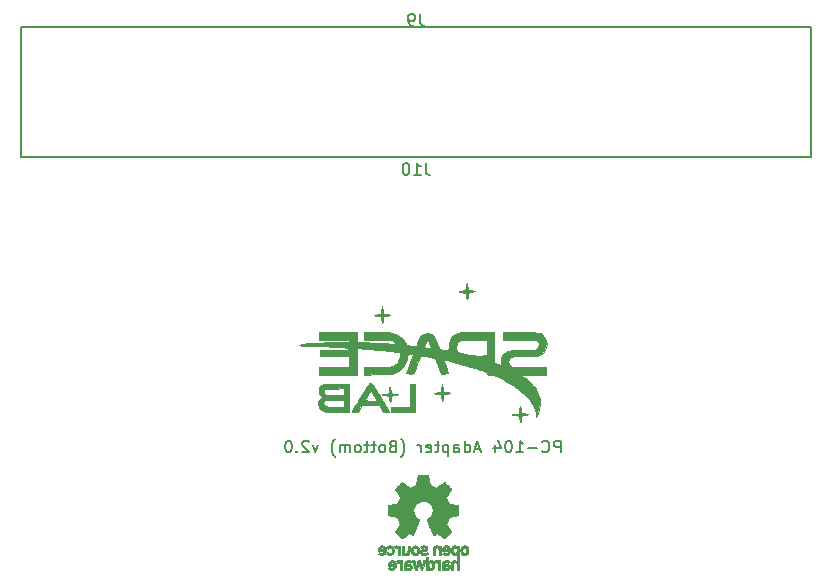
<source format=gbo>
G04 #@! TF.GenerationSoftware,KiCad,Pcbnew,5.1.6-1.fc32*
G04 #@! TF.CreationDate,2020-09-17T12:37:50-03:00*
G04 #@! TF.ProjectId,pc104-adapter-bottom,70633130-342d-4616-9461-707465722d62,v2.0*
G04 #@! TF.SameCoordinates,Original*
G04 #@! TF.FileFunction,Legend,Bot*
G04 #@! TF.FilePolarity,Positive*
%FSLAX46Y46*%
G04 Gerber Fmt 4.6, Leading zero omitted, Abs format (unit mm)*
G04 Created by KiCad (PCBNEW 5.1.6-1.fc32) date 2020-09-17 12:37:50*
%MOMM*%
%LPD*%
G01*
G04 APERTURE LIST*
%ADD10C,0.160000*%
%ADD11C,0.010000*%
G04 APERTURE END LIST*
D10*
X158242857Y-89452380D02*
X158242857Y-88452380D01*
X157861904Y-88452380D01*
X157766666Y-88500000D01*
X157719047Y-88547619D01*
X157671428Y-88642857D01*
X157671428Y-88785714D01*
X157719047Y-88880952D01*
X157766666Y-88928571D01*
X157861904Y-88976190D01*
X158242857Y-88976190D01*
X156671428Y-89357142D02*
X156719047Y-89404761D01*
X156861904Y-89452380D01*
X156957142Y-89452380D01*
X157100000Y-89404761D01*
X157195238Y-89309523D01*
X157242857Y-89214285D01*
X157290476Y-89023809D01*
X157290476Y-88880952D01*
X157242857Y-88690476D01*
X157195238Y-88595238D01*
X157100000Y-88500000D01*
X156957142Y-88452380D01*
X156861904Y-88452380D01*
X156719047Y-88500000D01*
X156671428Y-88547619D01*
X156242857Y-89071428D02*
X155480952Y-89071428D01*
X154480952Y-89452380D02*
X155052380Y-89452380D01*
X154766666Y-89452380D02*
X154766666Y-88452380D01*
X154861904Y-88595238D01*
X154957142Y-88690476D01*
X155052380Y-88738095D01*
X153861904Y-88452380D02*
X153766666Y-88452380D01*
X153671428Y-88500000D01*
X153623809Y-88547619D01*
X153576190Y-88642857D01*
X153528571Y-88833333D01*
X153528571Y-89071428D01*
X153576190Y-89261904D01*
X153623809Y-89357142D01*
X153671428Y-89404761D01*
X153766666Y-89452380D01*
X153861904Y-89452380D01*
X153957142Y-89404761D01*
X154004761Y-89357142D01*
X154052380Y-89261904D01*
X154100000Y-89071428D01*
X154100000Y-88833333D01*
X154052380Y-88642857D01*
X154004761Y-88547619D01*
X153957142Y-88500000D01*
X153861904Y-88452380D01*
X152671428Y-88785714D02*
X152671428Y-89452380D01*
X152909523Y-88404761D02*
X153147619Y-89119047D01*
X152528571Y-89119047D01*
X151433333Y-89166666D02*
X150957142Y-89166666D01*
X151528571Y-89452380D02*
X151195238Y-88452380D01*
X150861904Y-89452380D01*
X150100000Y-89452380D02*
X150100000Y-88452380D01*
X150100000Y-89404761D02*
X150195238Y-89452380D01*
X150385714Y-89452380D01*
X150480952Y-89404761D01*
X150528571Y-89357142D01*
X150576190Y-89261904D01*
X150576190Y-88976190D01*
X150528571Y-88880952D01*
X150480952Y-88833333D01*
X150385714Y-88785714D01*
X150195238Y-88785714D01*
X150100000Y-88833333D01*
X149195238Y-89452380D02*
X149195238Y-88928571D01*
X149242857Y-88833333D01*
X149338095Y-88785714D01*
X149528571Y-88785714D01*
X149623809Y-88833333D01*
X149195238Y-89404761D02*
X149290476Y-89452380D01*
X149528571Y-89452380D01*
X149623809Y-89404761D01*
X149671428Y-89309523D01*
X149671428Y-89214285D01*
X149623809Y-89119047D01*
X149528571Y-89071428D01*
X149290476Y-89071428D01*
X149195238Y-89023809D01*
X148719047Y-88785714D02*
X148719047Y-89785714D01*
X148719047Y-88833333D02*
X148623809Y-88785714D01*
X148433333Y-88785714D01*
X148338095Y-88833333D01*
X148290476Y-88880952D01*
X148242857Y-88976190D01*
X148242857Y-89261904D01*
X148290476Y-89357142D01*
X148338095Y-89404761D01*
X148433333Y-89452380D01*
X148623809Y-89452380D01*
X148719047Y-89404761D01*
X147957142Y-88785714D02*
X147576190Y-88785714D01*
X147814285Y-88452380D02*
X147814285Y-89309523D01*
X147766666Y-89404761D01*
X147671428Y-89452380D01*
X147576190Y-89452380D01*
X146861904Y-89404761D02*
X146957142Y-89452380D01*
X147147619Y-89452380D01*
X147242857Y-89404761D01*
X147290476Y-89309523D01*
X147290476Y-88928571D01*
X147242857Y-88833333D01*
X147147619Y-88785714D01*
X146957142Y-88785714D01*
X146861904Y-88833333D01*
X146814285Y-88928571D01*
X146814285Y-89023809D01*
X147290476Y-89119047D01*
X146385714Y-89452380D02*
X146385714Y-88785714D01*
X146385714Y-88976190D02*
X146338095Y-88880952D01*
X146290476Y-88833333D01*
X146195238Y-88785714D01*
X146100000Y-88785714D01*
X144719047Y-89833333D02*
X144766666Y-89785714D01*
X144861904Y-89642857D01*
X144909523Y-89547619D01*
X144957142Y-89404761D01*
X145004761Y-89166666D01*
X145004761Y-88976190D01*
X144957142Y-88738095D01*
X144909523Y-88595238D01*
X144861904Y-88500000D01*
X144766666Y-88357142D01*
X144719047Y-88309523D01*
X144004761Y-88928571D02*
X143861904Y-88976190D01*
X143814285Y-89023809D01*
X143766666Y-89119047D01*
X143766666Y-89261904D01*
X143814285Y-89357142D01*
X143861904Y-89404761D01*
X143957142Y-89452380D01*
X144338095Y-89452380D01*
X144338095Y-88452380D01*
X144004761Y-88452380D01*
X143909523Y-88500000D01*
X143861904Y-88547619D01*
X143814285Y-88642857D01*
X143814285Y-88738095D01*
X143861904Y-88833333D01*
X143909523Y-88880952D01*
X144004761Y-88928571D01*
X144338095Y-88928571D01*
X143195238Y-89452380D02*
X143290476Y-89404761D01*
X143338095Y-89357142D01*
X143385714Y-89261904D01*
X143385714Y-88976190D01*
X143338095Y-88880952D01*
X143290476Y-88833333D01*
X143195238Y-88785714D01*
X143052380Y-88785714D01*
X142957142Y-88833333D01*
X142909523Y-88880952D01*
X142861904Y-88976190D01*
X142861904Y-89261904D01*
X142909523Y-89357142D01*
X142957142Y-89404761D01*
X143052380Y-89452380D01*
X143195238Y-89452380D01*
X142576190Y-88785714D02*
X142195238Y-88785714D01*
X142433333Y-88452380D02*
X142433333Y-89309523D01*
X142385714Y-89404761D01*
X142290476Y-89452380D01*
X142195238Y-89452380D01*
X142004761Y-88785714D02*
X141623809Y-88785714D01*
X141861904Y-88452380D02*
X141861904Y-89309523D01*
X141814285Y-89404761D01*
X141719047Y-89452380D01*
X141623809Y-89452380D01*
X141147619Y-89452380D02*
X141242857Y-89404761D01*
X141290476Y-89357142D01*
X141338095Y-89261904D01*
X141338095Y-88976190D01*
X141290476Y-88880952D01*
X141242857Y-88833333D01*
X141147619Y-88785714D01*
X141004761Y-88785714D01*
X140909523Y-88833333D01*
X140861904Y-88880952D01*
X140814285Y-88976190D01*
X140814285Y-89261904D01*
X140861904Y-89357142D01*
X140909523Y-89404761D01*
X141004761Y-89452380D01*
X141147619Y-89452380D01*
X140385714Y-89452380D02*
X140385714Y-88785714D01*
X140385714Y-88880952D02*
X140338095Y-88833333D01*
X140242857Y-88785714D01*
X140100000Y-88785714D01*
X140004761Y-88833333D01*
X139957142Y-88928571D01*
X139957142Y-89452380D01*
X139957142Y-88928571D02*
X139909523Y-88833333D01*
X139814285Y-88785714D01*
X139671428Y-88785714D01*
X139576190Y-88833333D01*
X139528571Y-88928571D01*
X139528571Y-89452380D01*
X139147619Y-89833333D02*
X139100000Y-89785714D01*
X139004761Y-89642857D01*
X138957142Y-89547619D01*
X138909523Y-89404761D01*
X138861904Y-89166666D01*
X138861904Y-88976190D01*
X138909523Y-88738095D01*
X138957142Y-88595238D01*
X139004761Y-88500000D01*
X139100000Y-88357142D01*
X139147619Y-88309523D01*
X137719047Y-88785714D02*
X137480952Y-89452380D01*
X137242857Y-88785714D01*
X136909523Y-88547619D02*
X136861904Y-88500000D01*
X136766666Y-88452380D01*
X136528571Y-88452380D01*
X136433333Y-88500000D01*
X136385714Y-88547619D01*
X136338095Y-88642857D01*
X136338095Y-88738095D01*
X136385714Y-88880952D01*
X136957142Y-89452380D01*
X136338095Y-89452380D01*
X135909523Y-89357142D02*
X135861904Y-89404761D01*
X135909523Y-89452380D01*
X135957142Y-89404761D01*
X135909523Y-89357142D01*
X135909523Y-89452380D01*
X135242857Y-88452380D02*
X135147619Y-88452380D01*
X135052380Y-88500000D01*
X135004761Y-88547619D01*
X134957142Y-88642857D01*
X134909523Y-88833333D01*
X134909523Y-89071428D01*
X134957142Y-89261904D01*
X135004761Y-89357142D01*
X135052380Y-89404761D01*
X135147619Y-89452380D01*
X135242857Y-89452380D01*
X135338095Y-89404761D01*
X135385714Y-89357142D01*
X135433333Y-89261904D01*
X135480952Y-89071428D01*
X135480952Y-88833333D01*
X135433333Y-88642857D01*
X135385714Y-88547619D01*
X135338095Y-88500000D01*
X135242857Y-88452380D01*
X179470000Y-53416000D02*
X112530000Y-53416000D01*
X179470000Y-64476000D02*
X179470000Y-53416000D01*
X112530000Y-64476000D02*
X179470000Y-64476000D01*
X112530000Y-53416000D02*
X112530000Y-64476000D01*
D11*
G36*
X149136640Y-97352468D02*
G01*
X149101408Y-97369874D01*
X149057960Y-97400206D01*
X149026294Y-97433283D01*
X149004606Y-97474817D01*
X148991097Y-97530522D01*
X148983962Y-97606111D01*
X148981400Y-97707296D01*
X148981250Y-97750797D01*
X148981688Y-97846135D01*
X148983504Y-97914271D01*
X148987455Y-97961418D01*
X148994298Y-97993790D01*
X149004789Y-98017600D01*
X149015704Y-98033843D01*
X149085381Y-98102952D01*
X149167434Y-98144521D01*
X149255950Y-98157023D01*
X149345019Y-98138934D01*
X149373237Y-98126142D01*
X149440790Y-98090931D01*
X149440790Y-98642700D01*
X149391488Y-98617205D01*
X149326527Y-98597480D01*
X149246680Y-98592427D01*
X149166948Y-98601756D01*
X149106735Y-98622714D01*
X149056792Y-98662627D01*
X149014119Y-98719741D01*
X149010910Y-98725605D01*
X148997378Y-98753227D01*
X148987495Y-98781068D01*
X148980691Y-98814794D01*
X148976399Y-98860071D01*
X148974049Y-98922562D01*
X148973072Y-99007935D01*
X148972895Y-99104010D01*
X148972895Y-99410526D01*
X149156711Y-99410526D01*
X149156711Y-98845339D01*
X149208125Y-98802077D01*
X149261534Y-98767472D01*
X149312112Y-98761180D01*
X149362970Y-98777372D01*
X149390075Y-98793227D01*
X149410249Y-98815810D01*
X149424597Y-98849940D01*
X149434224Y-98900434D01*
X149440237Y-98972111D01*
X149443740Y-99069788D01*
X149444974Y-99134802D01*
X149449145Y-99402171D01*
X149536875Y-99407222D01*
X149624606Y-99412273D01*
X149624606Y-97753101D01*
X149440790Y-97753101D01*
X149436104Y-97845600D01*
X149420312Y-97909809D01*
X149390817Y-97949759D01*
X149345020Y-97969480D01*
X149298750Y-97973421D01*
X149246372Y-97968892D01*
X149211610Y-97951069D01*
X149189872Y-97927519D01*
X149172760Y-97902189D01*
X149162573Y-97873969D01*
X149158040Y-97834431D01*
X149157891Y-97775142D01*
X149159416Y-97725498D01*
X149162919Y-97650710D01*
X149168133Y-97601611D01*
X149176913Y-97570467D01*
X149191114Y-97549545D01*
X149204516Y-97537452D01*
X149260513Y-97511081D01*
X149326789Y-97506822D01*
X149364844Y-97515906D01*
X149402523Y-97548196D01*
X149427481Y-97611006D01*
X149439578Y-97703894D01*
X149440790Y-97753101D01*
X149624606Y-97753101D01*
X149624606Y-97338421D01*
X149532698Y-97338421D01*
X149477517Y-97340603D01*
X149449048Y-97348351D01*
X149440794Y-97363468D01*
X149440790Y-97363916D01*
X149436960Y-97378720D01*
X149420067Y-97377039D01*
X149386481Y-97360772D01*
X149308222Y-97335887D01*
X149220173Y-97333271D01*
X149136640Y-97352468D01*
G37*
X149136640Y-97352468D02*
X149101408Y-97369874D01*
X149057960Y-97400206D01*
X149026294Y-97433283D01*
X149004606Y-97474817D01*
X148991097Y-97530522D01*
X148983962Y-97606111D01*
X148981400Y-97707296D01*
X148981250Y-97750797D01*
X148981688Y-97846135D01*
X148983504Y-97914271D01*
X148987455Y-97961418D01*
X148994298Y-97993790D01*
X149004789Y-98017600D01*
X149015704Y-98033843D01*
X149085381Y-98102952D01*
X149167434Y-98144521D01*
X149255950Y-98157023D01*
X149345019Y-98138934D01*
X149373237Y-98126142D01*
X149440790Y-98090931D01*
X149440790Y-98642700D01*
X149391488Y-98617205D01*
X149326527Y-98597480D01*
X149246680Y-98592427D01*
X149166948Y-98601756D01*
X149106735Y-98622714D01*
X149056792Y-98662627D01*
X149014119Y-98719741D01*
X149010910Y-98725605D01*
X148997378Y-98753227D01*
X148987495Y-98781068D01*
X148980691Y-98814794D01*
X148976399Y-98860071D01*
X148974049Y-98922562D01*
X148973072Y-99007935D01*
X148972895Y-99104010D01*
X148972895Y-99410526D01*
X149156711Y-99410526D01*
X149156711Y-98845339D01*
X149208125Y-98802077D01*
X149261534Y-98767472D01*
X149312112Y-98761180D01*
X149362970Y-98777372D01*
X149390075Y-98793227D01*
X149410249Y-98815810D01*
X149424597Y-98849940D01*
X149434224Y-98900434D01*
X149440237Y-98972111D01*
X149443740Y-99069788D01*
X149444974Y-99134802D01*
X149449145Y-99402171D01*
X149536875Y-99407222D01*
X149624606Y-99412273D01*
X149624606Y-97753101D01*
X149440790Y-97753101D01*
X149436104Y-97845600D01*
X149420312Y-97909809D01*
X149390817Y-97949759D01*
X149345020Y-97969480D01*
X149298750Y-97973421D01*
X149246372Y-97968892D01*
X149211610Y-97951069D01*
X149189872Y-97927519D01*
X149172760Y-97902189D01*
X149162573Y-97873969D01*
X149158040Y-97834431D01*
X149157891Y-97775142D01*
X149159416Y-97725498D01*
X149162919Y-97650710D01*
X149168133Y-97601611D01*
X149176913Y-97570467D01*
X149191114Y-97549545D01*
X149204516Y-97537452D01*
X149260513Y-97511081D01*
X149326789Y-97506822D01*
X149364844Y-97515906D01*
X149402523Y-97548196D01*
X149427481Y-97611006D01*
X149439578Y-97703894D01*
X149440790Y-97753101D01*
X149624606Y-97753101D01*
X149624606Y-97338421D01*
X149532698Y-97338421D01*
X149477517Y-97340603D01*
X149449048Y-97348351D01*
X149440794Y-97363468D01*
X149440790Y-97363916D01*
X149436960Y-97378720D01*
X149420067Y-97377039D01*
X149386481Y-97360772D01*
X149308222Y-97335887D01*
X149220173Y-97333271D01*
X149136640Y-97352468D01*
G36*
X148439543Y-98598184D02*
G01*
X148360930Y-98619160D01*
X148301084Y-98657180D01*
X148258853Y-98706978D01*
X148245725Y-98728230D01*
X148236032Y-98750492D01*
X148229256Y-98778970D01*
X148224877Y-98818871D01*
X148222376Y-98875401D01*
X148221232Y-98953767D01*
X148220928Y-99059176D01*
X148220922Y-99087142D01*
X148220922Y-99410526D01*
X148301132Y-99410526D01*
X148352294Y-99406943D01*
X148390123Y-99397866D01*
X148399601Y-99392268D01*
X148425512Y-99382606D01*
X148451976Y-99392268D01*
X148495548Y-99404330D01*
X148558840Y-99409185D01*
X148628990Y-99407078D01*
X148693140Y-99398256D01*
X148730593Y-99386937D01*
X148803067Y-99340412D01*
X148848360Y-99275846D01*
X148868722Y-99190000D01*
X148868912Y-99187796D01*
X148867125Y-99149713D01*
X148705527Y-99149713D01*
X148691399Y-99193030D01*
X148668388Y-99217408D01*
X148622196Y-99235845D01*
X148561225Y-99243205D01*
X148499051Y-99239583D01*
X148449249Y-99225074D01*
X148435297Y-99215765D01*
X148410915Y-99172753D01*
X148404737Y-99123857D01*
X148404737Y-99059605D01*
X148497182Y-99059605D01*
X148585005Y-99066366D01*
X148651582Y-99085520D01*
X148692998Y-99115376D01*
X148705527Y-99149713D01*
X148867125Y-99149713D01*
X148864510Y-99094004D01*
X148833576Y-99019847D01*
X148775419Y-98963767D01*
X148767380Y-98958665D01*
X148732837Y-98942055D01*
X148690082Y-98931996D01*
X148630314Y-98927107D01*
X148559310Y-98925983D01*
X148404737Y-98925921D01*
X148404737Y-98861125D01*
X148411294Y-98810850D01*
X148428025Y-98777169D01*
X148429984Y-98775376D01*
X148467217Y-98760642D01*
X148523420Y-98754931D01*
X148585533Y-98757737D01*
X148640490Y-98768556D01*
X148673101Y-98784782D01*
X148690772Y-98797780D01*
X148709431Y-98800262D01*
X148735181Y-98789613D01*
X148774127Y-98763218D01*
X148832370Y-98718465D01*
X148837716Y-98714273D01*
X148834977Y-98698760D01*
X148812124Y-98672960D01*
X148777391Y-98644289D01*
X148739010Y-98620166D01*
X148726952Y-98614470D01*
X148682966Y-98603103D01*
X148618513Y-98594995D01*
X148546503Y-98591743D01*
X148543136Y-98591736D01*
X148439543Y-98598184D01*
G37*
X148439543Y-98598184D02*
X148360930Y-98619160D01*
X148301084Y-98657180D01*
X148258853Y-98706978D01*
X148245725Y-98728230D01*
X148236032Y-98750492D01*
X148229256Y-98778970D01*
X148224877Y-98818871D01*
X148222376Y-98875401D01*
X148221232Y-98953767D01*
X148220928Y-99059176D01*
X148220922Y-99087142D01*
X148220922Y-99410526D01*
X148301132Y-99410526D01*
X148352294Y-99406943D01*
X148390123Y-99397866D01*
X148399601Y-99392268D01*
X148425512Y-99382606D01*
X148451976Y-99392268D01*
X148495548Y-99404330D01*
X148558840Y-99409185D01*
X148628990Y-99407078D01*
X148693140Y-99398256D01*
X148730593Y-99386937D01*
X148803067Y-99340412D01*
X148848360Y-99275846D01*
X148868722Y-99190000D01*
X148868912Y-99187796D01*
X148867125Y-99149713D01*
X148705527Y-99149713D01*
X148691399Y-99193030D01*
X148668388Y-99217408D01*
X148622196Y-99235845D01*
X148561225Y-99243205D01*
X148499051Y-99239583D01*
X148449249Y-99225074D01*
X148435297Y-99215765D01*
X148410915Y-99172753D01*
X148404737Y-99123857D01*
X148404737Y-99059605D01*
X148497182Y-99059605D01*
X148585005Y-99066366D01*
X148651582Y-99085520D01*
X148692998Y-99115376D01*
X148705527Y-99149713D01*
X148867125Y-99149713D01*
X148864510Y-99094004D01*
X148833576Y-99019847D01*
X148775419Y-98963767D01*
X148767380Y-98958665D01*
X148732837Y-98942055D01*
X148690082Y-98931996D01*
X148630314Y-98927107D01*
X148559310Y-98925983D01*
X148404737Y-98925921D01*
X148404737Y-98861125D01*
X148411294Y-98810850D01*
X148428025Y-98777169D01*
X148429984Y-98775376D01*
X148467217Y-98760642D01*
X148523420Y-98754931D01*
X148585533Y-98757737D01*
X148640490Y-98768556D01*
X148673101Y-98784782D01*
X148690772Y-98797780D01*
X148709431Y-98800262D01*
X148735181Y-98789613D01*
X148774127Y-98763218D01*
X148832370Y-98718465D01*
X148837716Y-98714273D01*
X148834977Y-98698760D01*
X148812124Y-98672960D01*
X148777391Y-98644289D01*
X148739010Y-98620166D01*
X148726952Y-98614470D01*
X148682966Y-98603103D01*
X148618513Y-98594995D01*
X148546503Y-98591743D01*
X148543136Y-98591736D01*
X148439543Y-98598184D01*
G36*
X147920119Y-98593486D02*
G01*
X147895112Y-98600982D01*
X147887050Y-98617451D01*
X147886711Y-98624886D01*
X147885264Y-98645594D01*
X147875302Y-98648845D01*
X147848388Y-98634648D01*
X147832402Y-98624948D01*
X147781967Y-98604175D01*
X147721728Y-98593904D01*
X147658566Y-98593114D01*
X147599363Y-98600786D01*
X147550998Y-98615898D01*
X147520354Y-98637432D01*
X147514311Y-98664366D01*
X147517361Y-98671660D01*
X147539594Y-98701937D01*
X147574070Y-98739175D01*
X147580306Y-98745195D01*
X147613167Y-98772875D01*
X147641520Y-98781818D01*
X147681173Y-98775576D01*
X147697058Y-98771429D01*
X147746491Y-98761467D01*
X147781248Y-98765947D01*
X147810600Y-98781746D01*
X147837487Y-98802949D01*
X147857290Y-98829614D01*
X147871052Y-98866827D01*
X147879816Y-98919673D01*
X147884626Y-98993237D01*
X147886526Y-99092605D01*
X147886711Y-99152601D01*
X147886711Y-99410526D01*
X148053816Y-99410526D01*
X148053816Y-98591710D01*
X147970264Y-98591710D01*
X147920119Y-98593486D01*
G37*
X147920119Y-98593486D02*
X147895112Y-98600982D01*
X147887050Y-98617451D01*
X147886711Y-98624886D01*
X147885264Y-98645594D01*
X147875302Y-98648845D01*
X147848388Y-98634648D01*
X147832402Y-98624948D01*
X147781967Y-98604175D01*
X147721728Y-98593904D01*
X147658566Y-98593114D01*
X147599363Y-98600786D01*
X147550998Y-98615898D01*
X147520354Y-98637432D01*
X147514311Y-98664366D01*
X147517361Y-98671660D01*
X147539594Y-98701937D01*
X147574070Y-98739175D01*
X147580306Y-98745195D01*
X147613167Y-98772875D01*
X147641520Y-98781818D01*
X147681173Y-98775576D01*
X147697058Y-98771429D01*
X147746491Y-98761467D01*
X147781248Y-98765947D01*
X147810600Y-98781746D01*
X147837487Y-98802949D01*
X147857290Y-98829614D01*
X147871052Y-98866827D01*
X147879816Y-98919673D01*
X147884626Y-98993237D01*
X147886526Y-99092605D01*
X147886711Y-99152601D01*
X147886711Y-99410526D01*
X148053816Y-99410526D01*
X148053816Y-98591710D01*
X147970264Y-98591710D01*
X147920119Y-98593486D01*
G36*
X146867369Y-99410526D02*
G01*
X146959277Y-99410526D01*
X147012623Y-99408962D01*
X147040407Y-99402485D01*
X147050410Y-99388418D01*
X147051185Y-99378906D01*
X147052872Y-99359832D01*
X147063510Y-99356174D01*
X147091465Y-99367932D01*
X147113205Y-99378906D01*
X147196668Y-99404911D01*
X147287396Y-99406416D01*
X147361158Y-99387021D01*
X147429846Y-99340165D01*
X147482206Y-99271004D01*
X147510878Y-99189427D01*
X147511608Y-99184866D01*
X147515868Y-99135101D01*
X147517986Y-99063659D01*
X147517816Y-99009626D01*
X147335280Y-99009626D01*
X147331051Y-99081441D01*
X147321432Y-99140634D01*
X147308410Y-99174060D01*
X147259144Y-99219740D01*
X147200650Y-99236115D01*
X147140329Y-99222873D01*
X147088783Y-99183373D01*
X147069262Y-99156807D01*
X147057848Y-99125106D01*
X147052502Y-99078832D01*
X147051185Y-99009328D01*
X147053542Y-98940499D01*
X147059767Y-98880026D01*
X147068592Y-98839556D01*
X147070063Y-98835929D01*
X147105653Y-98792802D01*
X147157600Y-98769124D01*
X147215722Y-98765301D01*
X147269840Y-98781738D01*
X147309774Y-98818840D01*
X147313917Y-98826222D01*
X147326884Y-98871239D01*
X147333948Y-98935967D01*
X147335280Y-99009626D01*
X147517816Y-99009626D01*
X147517729Y-98982230D01*
X147516528Y-98938405D01*
X147508355Y-98829988D01*
X147491370Y-98748588D01*
X147463113Y-98688412D01*
X147421128Y-98643666D01*
X147380368Y-98617400D01*
X147323419Y-98598935D01*
X147252589Y-98592602D01*
X147180059Y-98597760D01*
X147118014Y-98613769D01*
X147085232Y-98632920D01*
X147051185Y-98663732D01*
X147051185Y-98274210D01*
X146867369Y-98274210D01*
X146867369Y-99410526D01*
G37*
X146867369Y-99410526D02*
X146959277Y-99410526D01*
X147012623Y-99408962D01*
X147040407Y-99402485D01*
X147050410Y-99388418D01*
X147051185Y-99378906D01*
X147052872Y-99359832D01*
X147063510Y-99356174D01*
X147091465Y-99367932D01*
X147113205Y-99378906D01*
X147196668Y-99404911D01*
X147287396Y-99406416D01*
X147361158Y-99387021D01*
X147429846Y-99340165D01*
X147482206Y-99271004D01*
X147510878Y-99189427D01*
X147511608Y-99184866D01*
X147515868Y-99135101D01*
X147517986Y-99063659D01*
X147517816Y-99009626D01*
X147335280Y-99009626D01*
X147331051Y-99081441D01*
X147321432Y-99140634D01*
X147308410Y-99174060D01*
X147259144Y-99219740D01*
X147200650Y-99236115D01*
X147140329Y-99222873D01*
X147088783Y-99183373D01*
X147069262Y-99156807D01*
X147057848Y-99125106D01*
X147052502Y-99078832D01*
X147051185Y-99009328D01*
X147053542Y-98940499D01*
X147059767Y-98880026D01*
X147068592Y-98839556D01*
X147070063Y-98835929D01*
X147105653Y-98792802D01*
X147157600Y-98769124D01*
X147215722Y-98765301D01*
X147269840Y-98781738D01*
X147309774Y-98818840D01*
X147313917Y-98826222D01*
X147326884Y-98871239D01*
X147333948Y-98935967D01*
X147335280Y-99009626D01*
X147517816Y-99009626D01*
X147517729Y-98982230D01*
X147516528Y-98938405D01*
X147508355Y-98829988D01*
X147491370Y-98748588D01*
X147463113Y-98688412D01*
X147421128Y-98643666D01*
X147380368Y-98617400D01*
X147323419Y-98598935D01*
X147252589Y-98592602D01*
X147180059Y-98597760D01*
X147118014Y-98613769D01*
X147085232Y-98632920D01*
X147051185Y-98663732D01*
X147051185Y-98274210D01*
X146867369Y-98274210D01*
X146867369Y-99410526D01*
G36*
X146225870Y-98595104D02*
G01*
X146159780Y-98600066D01*
X146073374Y-98859079D01*
X145986969Y-99118092D01*
X145959876Y-99026184D01*
X145943572Y-98969384D01*
X145922125Y-98892625D01*
X145898965Y-98808251D01*
X145886720Y-98762993D01*
X145840656Y-98591710D01*
X145650613Y-98591710D01*
X145707418Y-98771349D01*
X145735393Y-98859704D01*
X145769187Y-98966281D01*
X145804480Y-99077454D01*
X145835987Y-99176579D01*
X145907750Y-99402171D01*
X146062714Y-99412253D01*
X146104730Y-99273528D01*
X146130641Y-99187351D01*
X146158917Y-99092347D01*
X146183631Y-99008441D01*
X146184606Y-99005102D01*
X146203065Y-98948248D01*
X146219351Y-98909456D01*
X146230758Y-98894787D01*
X146233102Y-98896483D01*
X146241329Y-98919225D01*
X146256962Y-98967940D01*
X146278096Y-99036502D01*
X146302830Y-99118785D01*
X146316213Y-99164046D01*
X146388689Y-99410526D01*
X146542505Y-99410526D01*
X146665469Y-99022006D01*
X146700012Y-98913022D01*
X146731479Y-98814048D01*
X146758384Y-98729736D01*
X146779241Y-98664734D01*
X146792562Y-98623692D01*
X146796612Y-98611701D01*
X146793406Y-98599423D01*
X146768235Y-98594046D01*
X146715854Y-98594584D01*
X146707655Y-98594990D01*
X146610518Y-98600066D01*
X146546900Y-98834013D01*
X146523516Y-98919333D01*
X146502619Y-98994335D01*
X146486049Y-99052507D01*
X146475646Y-99087337D01*
X146473724Y-99093016D01*
X146465759Y-99086486D01*
X146449696Y-99052654D01*
X146427379Y-98996127D01*
X146400655Y-98921510D01*
X146378063Y-98854107D01*
X146291959Y-98590143D01*
X146225870Y-98595104D01*
G37*
X146225870Y-98595104D02*
X146159780Y-98600066D01*
X146073374Y-98859079D01*
X145986969Y-99118092D01*
X145959876Y-99026184D01*
X145943572Y-98969384D01*
X145922125Y-98892625D01*
X145898965Y-98808251D01*
X145886720Y-98762993D01*
X145840656Y-98591710D01*
X145650613Y-98591710D01*
X145707418Y-98771349D01*
X145735393Y-98859704D01*
X145769187Y-98966281D01*
X145804480Y-99077454D01*
X145835987Y-99176579D01*
X145907750Y-99402171D01*
X146062714Y-99412253D01*
X146104730Y-99273528D01*
X146130641Y-99187351D01*
X146158917Y-99092347D01*
X146183631Y-99008441D01*
X146184606Y-99005102D01*
X146203065Y-98948248D01*
X146219351Y-98909456D01*
X146230758Y-98894787D01*
X146233102Y-98896483D01*
X146241329Y-98919225D01*
X146256962Y-98967940D01*
X146278096Y-99036502D01*
X146302830Y-99118785D01*
X146316213Y-99164046D01*
X146388689Y-99410526D01*
X146542505Y-99410526D01*
X146665469Y-99022006D01*
X146700012Y-98913022D01*
X146731479Y-98814048D01*
X146758384Y-98729736D01*
X146779241Y-98664734D01*
X146792562Y-98623692D01*
X146796612Y-98611701D01*
X146793406Y-98599423D01*
X146768235Y-98594046D01*
X146715854Y-98594584D01*
X146707655Y-98594990D01*
X146610518Y-98600066D01*
X146546900Y-98834013D01*
X146523516Y-98919333D01*
X146502619Y-98994335D01*
X146486049Y-99052507D01*
X146475646Y-99087337D01*
X146473724Y-99093016D01*
X146465759Y-99086486D01*
X146449696Y-99052654D01*
X146427379Y-98996127D01*
X146400655Y-98921510D01*
X146378063Y-98854107D01*
X146291959Y-98590143D01*
X146225870Y-98595104D01*
G36*
X145220008Y-98596673D02*
G01*
X145149573Y-98613780D01*
X145129213Y-98622844D01*
X145089747Y-98646583D01*
X145059459Y-98673321D01*
X145037048Y-98707699D01*
X145021214Y-98754360D01*
X145010657Y-98817946D01*
X145004076Y-98903099D01*
X145000172Y-99014462D01*
X144998690Y-99088849D01*
X144993235Y-99410526D01*
X145086420Y-99410526D01*
X145142953Y-99408156D01*
X145172078Y-99400055D01*
X145179606Y-99386451D01*
X145183580Y-99371741D01*
X145201348Y-99374554D01*
X145225560Y-99386348D01*
X145286172Y-99404427D01*
X145364071Y-99409299D01*
X145446005Y-99401330D01*
X145518719Y-99380889D01*
X145525241Y-99378051D01*
X145591698Y-99331365D01*
X145635509Y-99266464D01*
X145655668Y-99190600D01*
X145654128Y-99163344D01*
X145489655Y-99163344D01*
X145475163Y-99200024D01*
X145432195Y-99226309D01*
X145362871Y-99240417D01*
X145325823Y-99242290D01*
X145264081Y-99237494D01*
X145223040Y-99218858D01*
X145213027Y-99210000D01*
X145185900Y-99161806D01*
X145179606Y-99118092D01*
X145179606Y-99059605D01*
X145261070Y-99059605D01*
X145355766Y-99064432D01*
X145422187Y-99079613D01*
X145464154Y-99106200D01*
X145473551Y-99118052D01*
X145489655Y-99163344D01*
X145654128Y-99163344D01*
X145651171Y-99111026D01*
X145621015Y-99034995D01*
X145579869Y-98983612D01*
X145554948Y-98961397D01*
X145530552Y-98946798D01*
X145498809Y-98937897D01*
X145451848Y-98932775D01*
X145381796Y-98929515D01*
X145354010Y-98928577D01*
X145179606Y-98922879D01*
X145179862Y-98870091D01*
X145186616Y-98814603D01*
X145211036Y-98781052D01*
X145260370Y-98759618D01*
X145261694Y-98759236D01*
X145331640Y-98750808D01*
X145400086Y-98761816D01*
X145450953Y-98788585D01*
X145471363Y-98801803D01*
X145493346Y-98799974D01*
X145527174Y-98780824D01*
X145547039Y-98767308D01*
X145585894Y-98738432D01*
X145609962Y-98716786D01*
X145613824Y-98710589D01*
X145597921Y-98678519D01*
X145550935Y-98640219D01*
X145530527Y-98627297D01*
X145471857Y-98605041D01*
X145392788Y-98592432D01*
X145304959Y-98589600D01*
X145220008Y-98596673D01*
G37*
X145220008Y-98596673D02*
X145149573Y-98613780D01*
X145129213Y-98622844D01*
X145089747Y-98646583D01*
X145059459Y-98673321D01*
X145037048Y-98707699D01*
X145021214Y-98754360D01*
X145010657Y-98817946D01*
X145004076Y-98903099D01*
X145000172Y-99014462D01*
X144998690Y-99088849D01*
X144993235Y-99410526D01*
X145086420Y-99410526D01*
X145142953Y-99408156D01*
X145172078Y-99400055D01*
X145179606Y-99386451D01*
X145183580Y-99371741D01*
X145201348Y-99374554D01*
X145225560Y-99386348D01*
X145286172Y-99404427D01*
X145364071Y-99409299D01*
X145446005Y-99401330D01*
X145518719Y-99380889D01*
X145525241Y-99378051D01*
X145591698Y-99331365D01*
X145635509Y-99266464D01*
X145655668Y-99190600D01*
X145654128Y-99163344D01*
X145489655Y-99163344D01*
X145475163Y-99200024D01*
X145432195Y-99226309D01*
X145362871Y-99240417D01*
X145325823Y-99242290D01*
X145264081Y-99237494D01*
X145223040Y-99218858D01*
X145213027Y-99210000D01*
X145185900Y-99161806D01*
X145179606Y-99118092D01*
X145179606Y-99059605D01*
X145261070Y-99059605D01*
X145355766Y-99064432D01*
X145422187Y-99079613D01*
X145464154Y-99106200D01*
X145473551Y-99118052D01*
X145489655Y-99163344D01*
X145654128Y-99163344D01*
X145651171Y-99111026D01*
X145621015Y-99034995D01*
X145579869Y-98983612D01*
X145554948Y-98961397D01*
X145530552Y-98946798D01*
X145498809Y-98937897D01*
X145451848Y-98932775D01*
X145381796Y-98929515D01*
X145354010Y-98928577D01*
X145179606Y-98922879D01*
X145179862Y-98870091D01*
X145186616Y-98814603D01*
X145211036Y-98781052D01*
X145260370Y-98759618D01*
X145261694Y-98759236D01*
X145331640Y-98750808D01*
X145400086Y-98761816D01*
X145450953Y-98788585D01*
X145471363Y-98801803D01*
X145493346Y-98799974D01*
X145527174Y-98780824D01*
X145547039Y-98767308D01*
X145585894Y-98738432D01*
X145609962Y-98716786D01*
X145613824Y-98710589D01*
X145597921Y-98678519D01*
X145550935Y-98640219D01*
X145530527Y-98627297D01*
X145471857Y-98605041D01*
X145392788Y-98592432D01*
X145304959Y-98589600D01*
X145220008Y-98596673D01*
G36*
X144426833Y-98591447D02*
G01*
X144362592Y-98604112D01*
X144326020Y-98622864D01*
X144287547Y-98654017D01*
X144342283Y-98723127D01*
X144376031Y-98764979D01*
X144398947Y-98785398D01*
X144421721Y-98788517D01*
X144455044Y-98778472D01*
X144470686Y-98772789D01*
X144534458Y-98764404D01*
X144592860Y-98782378D01*
X144635736Y-98822982D01*
X144642701Y-98835929D01*
X144650287Y-98870224D01*
X144656141Y-98933427D01*
X144659989Y-99021060D01*
X144661557Y-99128640D01*
X144661579Y-99143944D01*
X144661579Y-99410526D01*
X144845395Y-99410526D01*
X144845395Y-98591710D01*
X144753487Y-98591710D01*
X144700493Y-98593094D01*
X144672885Y-98599252D01*
X144662676Y-98613194D01*
X144661579Y-98626344D01*
X144661579Y-98660978D01*
X144617550Y-98626344D01*
X144567063Y-98602716D01*
X144499240Y-98591033D01*
X144426833Y-98591447D01*
G37*
X144426833Y-98591447D02*
X144362592Y-98604112D01*
X144326020Y-98622864D01*
X144287547Y-98654017D01*
X144342283Y-98723127D01*
X144376031Y-98764979D01*
X144398947Y-98785398D01*
X144421721Y-98788517D01*
X144455044Y-98778472D01*
X144470686Y-98772789D01*
X144534458Y-98764404D01*
X144592860Y-98782378D01*
X144635736Y-98822982D01*
X144642701Y-98835929D01*
X144650287Y-98870224D01*
X144656141Y-98933427D01*
X144659989Y-99021060D01*
X144661557Y-99128640D01*
X144661579Y-99143944D01*
X144661579Y-99410526D01*
X144845395Y-99410526D01*
X144845395Y-98591710D01*
X144753487Y-98591710D01*
X144700493Y-98593094D01*
X144672885Y-98599252D01*
X144662676Y-98613194D01*
X144661579Y-98626344D01*
X144661579Y-98660978D01*
X144617550Y-98626344D01*
X144567063Y-98602716D01*
X144499240Y-98591033D01*
X144426833Y-98591447D01*
G36*
X143898807Y-98596078D02*
G01*
X143818932Y-98616845D01*
X143752038Y-98659705D01*
X143719649Y-98691723D01*
X143666555Y-98767413D01*
X143636127Y-98855216D01*
X143625673Y-98963150D01*
X143625620Y-98971875D01*
X143625527Y-99059605D01*
X144130466Y-99059605D01*
X144119702Y-99105559D01*
X144100268Y-99147178D01*
X144066255Y-99190544D01*
X144059140Y-99197467D01*
X143997997Y-99234935D01*
X143928271Y-99241289D01*
X143848013Y-99216638D01*
X143834408Y-99210000D01*
X143792681Y-99189819D01*
X143764732Y-99178321D01*
X143759855Y-99177258D01*
X143742832Y-99187583D01*
X143710367Y-99212845D01*
X143693886Y-99226650D01*
X143659736Y-99258361D01*
X143648522Y-99279299D01*
X143656305Y-99298560D01*
X143660465Y-99303827D01*
X143688643Y-99326878D01*
X143735138Y-99354892D01*
X143767566Y-99371246D01*
X143859615Y-99400059D01*
X143961524Y-99409395D01*
X144058037Y-99398332D01*
X144085066Y-99390412D01*
X144168724Y-99345581D01*
X144230734Y-99276598D01*
X144271455Y-99182794D01*
X144291245Y-99063498D01*
X144293418Y-99001118D01*
X144287074Y-98910298D01*
X144126843Y-98910298D01*
X144111345Y-98917012D01*
X144069688Y-98922280D01*
X144009124Y-98925389D01*
X143968093Y-98925921D01*
X143894289Y-98925408D01*
X143847707Y-98923006D01*
X143822152Y-98917422D01*
X143811431Y-98907361D01*
X143809343Y-98892763D01*
X143823669Y-98847796D01*
X143859738Y-98803353D01*
X143907185Y-98769242D01*
X143954651Y-98755288D01*
X144019121Y-98767666D01*
X144074930Y-98803452D01*
X144113626Y-98855033D01*
X144126843Y-98910298D01*
X144287074Y-98910298D01*
X144284179Y-98868866D01*
X144255664Y-98763498D01*
X144207271Y-98684178D01*
X144138396Y-98630071D01*
X144048435Y-98600343D01*
X143999700Y-98594618D01*
X143898807Y-98596078D01*
G37*
X143898807Y-98596078D02*
X143818932Y-98616845D01*
X143752038Y-98659705D01*
X143719649Y-98691723D01*
X143666555Y-98767413D01*
X143636127Y-98855216D01*
X143625673Y-98963150D01*
X143625620Y-98971875D01*
X143625527Y-99059605D01*
X144130466Y-99059605D01*
X144119702Y-99105559D01*
X144100268Y-99147178D01*
X144066255Y-99190544D01*
X144059140Y-99197467D01*
X143997997Y-99234935D01*
X143928271Y-99241289D01*
X143848013Y-99216638D01*
X143834408Y-99210000D01*
X143792681Y-99189819D01*
X143764732Y-99178321D01*
X143759855Y-99177258D01*
X143742832Y-99187583D01*
X143710367Y-99212845D01*
X143693886Y-99226650D01*
X143659736Y-99258361D01*
X143648522Y-99279299D01*
X143656305Y-99298560D01*
X143660465Y-99303827D01*
X143688643Y-99326878D01*
X143735138Y-99354892D01*
X143767566Y-99371246D01*
X143859615Y-99400059D01*
X143961524Y-99409395D01*
X144058037Y-99398332D01*
X144085066Y-99390412D01*
X144168724Y-99345581D01*
X144230734Y-99276598D01*
X144271455Y-99182794D01*
X144291245Y-99063498D01*
X144293418Y-99001118D01*
X144287074Y-98910298D01*
X144126843Y-98910298D01*
X144111345Y-98917012D01*
X144069688Y-98922280D01*
X144009124Y-98925389D01*
X143968093Y-98925921D01*
X143894289Y-98925408D01*
X143847707Y-98923006D01*
X143822152Y-98917422D01*
X143811431Y-98907361D01*
X143809343Y-98892763D01*
X143823669Y-98847796D01*
X143859738Y-98803353D01*
X143907185Y-98769242D01*
X143954651Y-98755288D01*
X144019121Y-98767666D01*
X144074930Y-98803452D01*
X144113626Y-98855033D01*
X144126843Y-98910298D01*
X144287074Y-98910298D01*
X144284179Y-98868866D01*
X144255664Y-98763498D01*
X144207271Y-98684178D01*
X144138396Y-98630071D01*
X144048435Y-98600343D01*
X143999700Y-98594618D01*
X143898807Y-98596078D01*
G36*
X149973216Y-97347104D02*
G01*
X149885795Y-97385754D01*
X149819430Y-97450290D01*
X149774024Y-97540812D01*
X149749482Y-97657418D01*
X149747723Y-97675624D01*
X149746344Y-97803984D01*
X149764216Y-97916496D01*
X149800250Y-98007688D01*
X149819545Y-98037022D01*
X149886755Y-98099106D01*
X149972350Y-98139316D01*
X150068110Y-98156003D01*
X150165813Y-98147517D01*
X150240083Y-98121380D01*
X150303953Y-98077335D01*
X150356154Y-98019587D01*
X150357057Y-98018236D01*
X150378256Y-97982593D01*
X150392033Y-97946752D01*
X150400376Y-97901519D01*
X150405273Y-97837701D01*
X150407431Y-97785368D01*
X150408329Y-97737910D01*
X150241257Y-97737910D01*
X150239624Y-97785154D01*
X150233696Y-97848046D01*
X150223239Y-97888407D01*
X150204381Y-97917122D01*
X150186719Y-97933896D01*
X150124106Y-97969016D01*
X150058592Y-97973710D01*
X149997579Y-97948440D01*
X149967072Y-97920124D01*
X149945089Y-97891589D01*
X149932231Y-97864284D01*
X149926588Y-97828750D01*
X149926249Y-97775524D01*
X149927988Y-97726506D01*
X149931729Y-97656482D01*
X149937659Y-97611064D01*
X149948347Y-97581440D01*
X149966361Y-97558797D01*
X149980637Y-97545855D01*
X150040349Y-97511860D01*
X150104766Y-97510165D01*
X150158781Y-97530301D01*
X150204860Y-97572352D01*
X150232311Y-97641428D01*
X150241257Y-97737910D01*
X150408329Y-97737910D01*
X150409401Y-97681299D01*
X150406036Y-97603468D01*
X150395955Y-97544930D01*
X150377774Y-97498737D01*
X150350110Y-97457942D01*
X150339854Y-97445828D01*
X150275722Y-97385474D01*
X150206934Y-97350220D01*
X150122811Y-97335450D01*
X150081791Y-97334243D01*
X149973216Y-97347104D01*
G37*
X149973216Y-97347104D02*
X149885795Y-97385754D01*
X149819430Y-97450290D01*
X149774024Y-97540812D01*
X149749482Y-97657418D01*
X149747723Y-97675624D01*
X149746344Y-97803984D01*
X149764216Y-97916496D01*
X149800250Y-98007688D01*
X149819545Y-98037022D01*
X149886755Y-98099106D01*
X149972350Y-98139316D01*
X150068110Y-98156003D01*
X150165813Y-98147517D01*
X150240083Y-98121380D01*
X150303953Y-98077335D01*
X150356154Y-98019587D01*
X150357057Y-98018236D01*
X150378256Y-97982593D01*
X150392033Y-97946752D01*
X150400376Y-97901519D01*
X150405273Y-97837701D01*
X150407431Y-97785368D01*
X150408329Y-97737910D01*
X150241257Y-97737910D01*
X150239624Y-97785154D01*
X150233696Y-97848046D01*
X150223239Y-97888407D01*
X150204381Y-97917122D01*
X150186719Y-97933896D01*
X150124106Y-97969016D01*
X150058592Y-97973710D01*
X149997579Y-97948440D01*
X149967072Y-97920124D01*
X149945089Y-97891589D01*
X149932231Y-97864284D01*
X149926588Y-97828750D01*
X149926249Y-97775524D01*
X149927988Y-97726506D01*
X149931729Y-97656482D01*
X149937659Y-97611064D01*
X149948347Y-97581440D01*
X149966361Y-97558797D01*
X149980637Y-97545855D01*
X150040349Y-97511860D01*
X150104766Y-97510165D01*
X150158781Y-97530301D01*
X150204860Y-97572352D01*
X150232311Y-97641428D01*
X150241257Y-97737910D01*
X150408329Y-97737910D01*
X150409401Y-97681299D01*
X150406036Y-97603468D01*
X150395955Y-97544930D01*
X150377774Y-97498737D01*
X150350110Y-97457942D01*
X150339854Y-97445828D01*
X150275722Y-97385474D01*
X150206934Y-97350220D01*
X150122811Y-97335450D01*
X150081791Y-97334243D01*
X149973216Y-97347104D01*
G36*
X148402982Y-97357027D02*
G01*
X148386330Y-97364866D01*
X148328695Y-97407086D01*
X148274195Y-97468700D01*
X148233501Y-97536543D01*
X148221926Y-97567734D01*
X148211366Y-97623449D01*
X148205069Y-97690781D01*
X148204304Y-97718585D01*
X148204211Y-97806316D01*
X148709150Y-97806316D01*
X148698387Y-97852270D01*
X148671967Y-97906620D01*
X148625778Y-97953591D01*
X148570828Y-97983848D01*
X148535811Y-97990131D01*
X148488323Y-97982506D01*
X148431665Y-97963383D01*
X148412418Y-97954584D01*
X148341241Y-97919036D01*
X148280498Y-97965367D01*
X148245448Y-97996703D01*
X148226798Y-98022567D01*
X148225853Y-98030158D01*
X148242515Y-98048556D01*
X148279030Y-98076515D01*
X148312172Y-98098327D01*
X148401607Y-98137537D01*
X148501871Y-98155285D01*
X148601246Y-98150670D01*
X148680461Y-98126551D01*
X148762120Y-98074884D01*
X148820151Y-98006856D01*
X148856454Y-97918843D01*
X148872928Y-97807216D01*
X148874389Y-97756138D01*
X148868543Y-97639091D01*
X148867825Y-97635686D01*
X148700511Y-97635686D01*
X148695903Y-97646662D01*
X148676964Y-97652715D01*
X148637902Y-97655310D01*
X148572923Y-97655910D01*
X148547903Y-97655921D01*
X148471779Y-97655014D01*
X148423504Y-97651720D01*
X148397540Y-97645181D01*
X148388352Y-97634537D01*
X148388027Y-97631119D01*
X148398513Y-97603956D01*
X148424758Y-97565903D01*
X148436041Y-97552579D01*
X148477928Y-97514896D01*
X148521591Y-97500080D01*
X148545115Y-97498842D01*
X148608757Y-97514329D01*
X148662127Y-97555930D01*
X148695981Y-97616353D01*
X148696581Y-97618322D01*
X148700511Y-97635686D01*
X148867825Y-97635686D01*
X148849101Y-97546928D01*
X148814078Y-97473190D01*
X148771244Y-97420848D01*
X148692052Y-97364092D01*
X148598960Y-97333762D01*
X148499945Y-97331021D01*
X148402982Y-97357027D01*
G37*
X148402982Y-97357027D02*
X148386330Y-97364866D01*
X148328695Y-97407086D01*
X148274195Y-97468700D01*
X148233501Y-97536543D01*
X148221926Y-97567734D01*
X148211366Y-97623449D01*
X148205069Y-97690781D01*
X148204304Y-97718585D01*
X148204211Y-97806316D01*
X148709150Y-97806316D01*
X148698387Y-97852270D01*
X148671967Y-97906620D01*
X148625778Y-97953591D01*
X148570828Y-97983848D01*
X148535811Y-97990131D01*
X148488323Y-97982506D01*
X148431665Y-97963383D01*
X148412418Y-97954584D01*
X148341241Y-97919036D01*
X148280498Y-97965367D01*
X148245448Y-97996703D01*
X148226798Y-98022567D01*
X148225853Y-98030158D01*
X148242515Y-98048556D01*
X148279030Y-98076515D01*
X148312172Y-98098327D01*
X148401607Y-98137537D01*
X148501871Y-98155285D01*
X148601246Y-98150670D01*
X148680461Y-98126551D01*
X148762120Y-98074884D01*
X148820151Y-98006856D01*
X148856454Y-97918843D01*
X148872928Y-97807216D01*
X148874389Y-97756138D01*
X148868543Y-97639091D01*
X148867825Y-97635686D01*
X148700511Y-97635686D01*
X148695903Y-97646662D01*
X148676964Y-97652715D01*
X148637902Y-97655310D01*
X148572923Y-97655910D01*
X148547903Y-97655921D01*
X148471779Y-97655014D01*
X148423504Y-97651720D01*
X148397540Y-97645181D01*
X148388352Y-97634537D01*
X148388027Y-97631119D01*
X148398513Y-97603956D01*
X148424758Y-97565903D01*
X148436041Y-97552579D01*
X148477928Y-97514896D01*
X148521591Y-97500080D01*
X148545115Y-97498842D01*
X148608757Y-97514329D01*
X148662127Y-97555930D01*
X148695981Y-97616353D01*
X148696581Y-97618322D01*
X148700511Y-97635686D01*
X148867825Y-97635686D01*
X148849101Y-97546928D01*
X148814078Y-97473190D01*
X148771244Y-97420848D01*
X148692052Y-97364092D01*
X148598960Y-97333762D01*
X148499945Y-97331021D01*
X148402982Y-97357027D01*
G36*
X146581372Y-97335547D02*
G01*
X146518092Y-97347548D01*
X146452443Y-97372648D01*
X146445428Y-97375848D01*
X146395644Y-97402026D01*
X146361166Y-97426353D01*
X146350022Y-97441937D01*
X146360634Y-97467353D01*
X146386412Y-97504853D01*
X146397854Y-97518852D01*
X146445008Y-97573954D01*
X146505799Y-97538086D01*
X146563653Y-97514192D01*
X146630500Y-97501420D01*
X146694606Y-97500613D01*
X146744236Y-97512615D01*
X146756146Y-97520105D01*
X146778828Y-97554450D01*
X146781584Y-97594013D01*
X146764612Y-97624920D01*
X146754573Y-97630913D01*
X146724490Y-97638357D01*
X146671611Y-97647106D01*
X146606425Y-97655467D01*
X146594400Y-97656778D01*
X146489703Y-97674888D01*
X146413768Y-97705651D01*
X146363408Y-97751907D01*
X146335436Y-97816497D01*
X146326722Y-97895387D01*
X146338760Y-97985065D01*
X146377849Y-98055486D01*
X146444145Y-98106777D01*
X146537806Y-98139067D01*
X146641777Y-98151807D01*
X146726562Y-98151654D01*
X146795335Y-98140083D01*
X146842303Y-98124109D01*
X146901650Y-98096275D01*
X146956494Y-98063973D01*
X146975987Y-98049755D01*
X147026119Y-98008835D01*
X146905197Y-97886477D01*
X146836457Y-97931967D01*
X146767512Y-97966133D01*
X146693889Y-97984004D01*
X146623117Y-97985889D01*
X146562726Y-97972101D01*
X146520243Y-97942949D01*
X146506526Y-97918352D01*
X146508583Y-97878904D01*
X146542670Y-97848737D01*
X146608692Y-97827906D01*
X146681026Y-97818279D01*
X146792348Y-97799910D01*
X146875048Y-97765254D01*
X146930235Y-97713297D01*
X146959012Y-97643023D01*
X146962999Y-97559707D01*
X146943307Y-97472681D01*
X146898411Y-97406902D01*
X146827909Y-97362068D01*
X146731399Y-97337879D01*
X146659900Y-97333137D01*
X146581372Y-97335547D01*
G37*
X146581372Y-97335547D02*
X146518092Y-97347548D01*
X146452443Y-97372648D01*
X146445428Y-97375848D01*
X146395644Y-97402026D01*
X146361166Y-97426353D01*
X146350022Y-97441937D01*
X146360634Y-97467353D01*
X146386412Y-97504853D01*
X146397854Y-97518852D01*
X146445008Y-97573954D01*
X146505799Y-97538086D01*
X146563653Y-97514192D01*
X146630500Y-97501420D01*
X146694606Y-97500613D01*
X146744236Y-97512615D01*
X146756146Y-97520105D01*
X146778828Y-97554450D01*
X146781584Y-97594013D01*
X146764612Y-97624920D01*
X146754573Y-97630913D01*
X146724490Y-97638357D01*
X146671611Y-97647106D01*
X146606425Y-97655467D01*
X146594400Y-97656778D01*
X146489703Y-97674888D01*
X146413768Y-97705651D01*
X146363408Y-97751907D01*
X146335436Y-97816497D01*
X146326722Y-97895387D01*
X146338760Y-97985065D01*
X146377849Y-98055486D01*
X146444145Y-98106777D01*
X146537806Y-98139067D01*
X146641777Y-98151807D01*
X146726562Y-98151654D01*
X146795335Y-98140083D01*
X146842303Y-98124109D01*
X146901650Y-98096275D01*
X146956494Y-98063973D01*
X146975987Y-98049755D01*
X147026119Y-98008835D01*
X146905197Y-97886477D01*
X146836457Y-97931967D01*
X146767512Y-97966133D01*
X146693889Y-97984004D01*
X146623117Y-97985889D01*
X146562726Y-97972101D01*
X146520243Y-97942949D01*
X146506526Y-97918352D01*
X146508583Y-97878904D01*
X146542670Y-97848737D01*
X146608692Y-97827906D01*
X146681026Y-97818279D01*
X146792348Y-97799910D01*
X146875048Y-97765254D01*
X146930235Y-97713297D01*
X146959012Y-97643023D01*
X146962999Y-97559707D01*
X146943307Y-97472681D01*
X146898411Y-97406902D01*
X146827909Y-97362068D01*
X146731399Y-97337879D01*
X146659900Y-97333137D01*
X146581372Y-97335547D01*
G36*
X145788331Y-97348310D02*
G01*
X145703808Y-97394340D01*
X145637679Y-97467006D01*
X145606522Y-97526106D01*
X145593145Y-97578305D01*
X145584478Y-97652719D01*
X145580763Y-97738442D01*
X145582246Y-97824569D01*
X145589169Y-97900193D01*
X145597255Y-97940584D01*
X145624535Y-97995840D01*
X145671780Y-98054530D01*
X145728718Y-98105852D01*
X145785076Y-98139005D01*
X145786450Y-98139531D01*
X145856384Y-98154018D01*
X145939263Y-98154377D01*
X146018023Y-98141188D01*
X146048434Y-98130617D01*
X146126761Y-98086201D01*
X146182857Y-98028007D01*
X146219714Y-97950965D01*
X146240320Y-97850001D01*
X146244982Y-97797116D01*
X146244387Y-97730663D01*
X146065264Y-97730663D01*
X146059230Y-97827630D01*
X146041862Y-97901523D01*
X146014260Y-97948736D01*
X145994596Y-97962237D01*
X145944213Y-97971651D01*
X145884327Y-97968864D01*
X145832551Y-97955316D01*
X145818973Y-97947862D01*
X145783151Y-97904451D01*
X145759507Y-97838014D01*
X145749442Y-97757161D01*
X145754358Y-97670502D01*
X145765345Y-97618349D01*
X145796891Y-97557951D01*
X145846689Y-97520197D01*
X145906663Y-97507143D01*
X145968736Y-97520849D01*
X146016418Y-97554372D01*
X146041475Y-97582031D01*
X146056100Y-97609294D01*
X146063071Y-97646190D01*
X146065167Y-97702750D01*
X146065264Y-97730663D01*
X146244387Y-97730663D01*
X146243718Y-97655994D01*
X146220735Y-97540271D01*
X146176028Y-97449941D01*
X146109595Y-97385000D01*
X146021435Y-97345445D01*
X146002505Y-97340858D01*
X145888734Y-97330090D01*
X145788331Y-97348310D01*
G37*
X145788331Y-97348310D02*
X145703808Y-97394340D01*
X145637679Y-97467006D01*
X145606522Y-97526106D01*
X145593145Y-97578305D01*
X145584478Y-97652719D01*
X145580763Y-97738442D01*
X145582246Y-97824569D01*
X145589169Y-97900193D01*
X145597255Y-97940584D01*
X145624535Y-97995840D01*
X145671780Y-98054530D01*
X145728718Y-98105852D01*
X145785076Y-98139005D01*
X145786450Y-98139531D01*
X145856384Y-98154018D01*
X145939263Y-98154377D01*
X146018023Y-98141188D01*
X146048434Y-98130617D01*
X146126761Y-98086201D01*
X146182857Y-98028007D01*
X146219714Y-97950965D01*
X146240320Y-97850001D01*
X146244982Y-97797116D01*
X146244387Y-97730663D01*
X146065264Y-97730663D01*
X146059230Y-97827630D01*
X146041862Y-97901523D01*
X146014260Y-97948736D01*
X145994596Y-97962237D01*
X145944213Y-97971651D01*
X145884327Y-97968864D01*
X145832551Y-97955316D01*
X145818973Y-97947862D01*
X145783151Y-97904451D01*
X145759507Y-97838014D01*
X145749442Y-97757161D01*
X145754358Y-97670502D01*
X145765345Y-97618349D01*
X145796891Y-97557951D01*
X145846689Y-97520197D01*
X145906663Y-97507143D01*
X145968736Y-97520849D01*
X146016418Y-97554372D01*
X146041475Y-97582031D01*
X146056100Y-97609294D01*
X146063071Y-97646190D01*
X146065167Y-97702750D01*
X146065264Y-97730663D01*
X146244387Y-97730663D01*
X146243718Y-97655994D01*
X146220735Y-97540271D01*
X146176028Y-97449941D01*
X146109595Y-97385000D01*
X146021435Y-97345445D01*
X146002505Y-97340858D01*
X145888734Y-97330090D01*
X145788331Y-97348310D01*
G36*
X145279869Y-97598533D02*
G01*
X145278290Y-97721089D01*
X145272519Y-97814179D01*
X145261009Y-97881651D01*
X145242210Y-97927355D01*
X145214574Y-97955139D01*
X145176552Y-97968854D01*
X145129474Y-97972358D01*
X145080168Y-97968432D01*
X145042717Y-97954089D01*
X145015572Y-97925478D01*
X144997185Y-97878751D01*
X144986007Y-97810058D01*
X144980489Y-97715550D01*
X144979079Y-97598533D01*
X144979079Y-97338421D01*
X144795264Y-97338421D01*
X144795264Y-98140526D01*
X144887172Y-98140526D01*
X144942578Y-98138281D01*
X144971109Y-98130396D01*
X144979079Y-98115428D01*
X144983880Y-98102097D01*
X145002986Y-98104917D01*
X145041496Y-98123783D01*
X145129761Y-98152887D01*
X145223377Y-98150825D01*
X145313079Y-98119221D01*
X145355796Y-98094257D01*
X145388379Y-98067226D01*
X145412183Y-98033405D01*
X145428561Y-97988068D01*
X145438869Y-97926489D01*
X145444459Y-97843943D01*
X145446688Y-97735705D01*
X145446974Y-97652004D01*
X145446974Y-97338421D01*
X145279869Y-97338421D01*
X145279869Y-97598533D01*
G37*
X145279869Y-97598533D02*
X145278290Y-97721089D01*
X145272519Y-97814179D01*
X145261009Y-97881651D01*
X145242210Y-97927355D01*
X145214574Y-97955139D01*
X145176552Y-97968854D01*
X145129474Y-97972358D01*
X145080168Y-97968432D01*
X145042717Y-97954089D01*
X145015572Y-97925478D01*
X144997185Y-97878751D01*
X144986007Y-97810058D01*
X144980489Y-97715550D01*
X144979079Y-97598533D01*
X144979079Y-97338421D01*
X144795264Y-97338421D01*
X144795264Y-98140526D01*
X144887172Y-98140526D01*
X144942578Y-98138281D01*
X144971109Y-98130396D01*
X144979079Y-98115428D01*
X144983880Y-98102097D01*
X145002986Y-98104917D01*
X145041496Y-98123783D01*
X145129761Y-98152887D01*
X145223377Y-98150825D01*
X145313079Y-98119221D01*
X145355796Y-98094257D01*
X145388379Y-98067226D01*
X145412183Y-98033405D01*
X145428561Y-97988068D01*
X145438869Y-97926489D01*
X145444459Y-97843943D01*
X145446688Y-97735705D01*
X145446974Y-97652004D01*
X145446974Y-97338421D01*
X145279869Y-97338421D01*
X145279869Y-97598533D01*
G36*
X143653424Y-97345419D02*
G01*
X143556605Y-97386549D01*
X143526110Y-97406571D01*
X143487135Y-97437340D01*
X143462669Y-97461533D01*
X143458422Y-97469413D01*
X143470416Y-97486899D01*
X143501113Y-97516570D01*
X143525688Y-97537279D01*
X143592954Y-97591336D01*
X143646070Y-97546642D01*
X143687116Y-97517789D01*
X143727137Y-97507829D01*
X143772941Y-97510261D01*
X143845676Y-97528345D01*
X143895744Y-97565881D01*
X143926171Y-97626562D01*
X143939983Y-97714081D01*
X143939987Y-97714136D01*
X143938792Y-97811958D01*
X143920228Y-97883730D01*
X143883196Y-97932595D01*
X143857950Y-97949143D01*
X143790903Y-97969749D01*
X143719291Y-97969762D01*
X143656985Y-97949768D01*
X143642237Y-97940000D01*
X143605250Y-97915047D01*
X143576332Y-97910958D01*
X143545144Y-97929530D01*
X143510664Y-97962887D01*
X143456088Y-98019196D01*
X143516682Y-98069142D01*
X143610302Y-98125513D01*
X143715875Y-98153293D01*
X143826202Y-98151282D01*
X143898657Y-98132862D01*
X143983344Y-98087310D01*
X144051073Y-98015650D01*
X144081843Y-97965066D01*
X144106764Y-97892488D01*
X144119234Y-97800569D01*
X144119330Y-97700948D01*
X144107130Y-97605267D01*
X144082710Y-97525169D01*
X144078864Y-97516956D01*
X144021907Y-97436413D01*
X143944791Y-97377771D01*
X143853610Y-97342247D01*
X143754457Y-97331057D01*
X143653424Y-97345419D01*
G37*
X143653424Y-97345419D02*
X143556605Y-97386549D01*
X143526110Y-97406571D01*
X143487135Y-97437340D01*
X143462669Y-97461533D01*
X143458422Y-97469413D01*
X143470416Y-97486899D01*
X143501113Y-97516570D01*
X143525688Y-97537279D01*
X143592954Y-97591336D01*
X143646070Y-97546642D01*
X143687116Y-97517789D01*
X143727137Y-97507829D01*
X143772941Y-97510261D01*
X143845676Y-97528345D01*
X143895744Y-97565881D01*
X143926171Y-97626562D01*
X143939983Y-97714081D01*
X143939987Y-97714136D01*
X143938792Y-97811958D01*
X143920228Y-97883730D01*
X143883196Y-97932595D01*
X143857950Y-97949143D01*
X143790903Y-97969749D01*
X143719291Y-97969762D01*
X143656985Y-97949768D01*
X143642237Y-97940000D01*
X143605250Y-97915047D01*
X143576332Y-97910958D01*
X143545144Y-97929530D01*
X143510664Y-97962887D01*
X143456088Y-98019196D01*
X143516682Y-98069142D01*
X143610302Y-98125513D01*
X143715875Y-98153293D01*
X143826202Y-98151282D01*
X143898657Y-98132862D01*
X143983344Y-98087310D01*
X144051073Y-98015650D01*
X144081843Y-97965066D01*
X144106764Y-97892488D01*
X144119234Y-97800569D01*
X144119330Y-97700948D01*
X144107130Y-97605267D01*
X144082710Y-97525169D01*
X144078864Y-97516956D01*
X144021907Y-97436413D01*
X143944791Y-97377771D01*
X143853610Y-97342247D01*
X143754457Y-97331057D01*
X143653424Y-97345419D01*
G36*
X143041216Y-97335554D02*
G01*
X142998426Y-97345949D01*
X142916391Y-97384013D01*
X142846243Y-97442149D01*
X142797695Y-97511852D01*
X142791025Y-97527502D01*
X142781876Y-97568496D01*
X142775471Y-97629138D01*
X142773290Y-97690430D01*
X142773290Y-97806316D01*
X143015593Y-97806316D01*
X143115529Y-97806693D01*
X143185931Y-97808987D01*
X143230687Y-97814938D01*
X143253685Y-97826285D01*
X143258811Y-97844771D01*
X143249952Y-97872136D01*
X143234083Y-97904155D01*
X143189816Y-97957592D01*
X143128301Y-97984215D01*
X143053115Y-97983347D01*
X142967947Y-97954371D01*
X142894341Y-97918611D01*
X142833266Y-97966904D01*
X142772190Y-98015197D01*
X142829649Y-98068285D01*
X142906359Y-98118445D01*
X143000698Y-98148688D01*
X143102173Y-98157151D01*
X143200289Y-98141974D01*
X143216119Y-98136824D01*
X143302353Y-98091791D01*
X143366499Y-98024652D01*
X143409909Y-97933405D01*
X143433936Y-97816044D01*
X143434216Y-97813529D01*
X143436367Y-97685627D01*
X143427671Y-97639997D01*
X143257895Y-97639997D01*
X143242303Y-97647013D01*
X143199971Y-97652388D01*
X143137566Y-97655457D01*
X143098019Y-97655921D01*
X143024272Y-97655630D01*
X142978160Y-97653783D01*
X142953900Y-97648912D01*
X142945706Y-97639555D01*
X142947794Y-97624245D01*
X142949545Y-97618322D01*
X142979440Y-97562668D01*
X143026458Y-97517815D01*
X143067951Y-97498105D01*
X143123074Y-97499295D01*
X143178932Y-97523875D01*
X143225788Y-97564570D01*
X143253906Y-97614108D01*
X143257895Y-97639997D01*
X143427671Y-97639997D01*
X143414926Y-97573133D01*
X143372389Y-97478727D01*
X143311253Y-97405088D01*
X143234015Y-97354893D01*
X143143170Y-97330822D01*
X143041216Y-97335554D01*
G37*
X143041216Y-97335554D02*
X142998426Y-97345949D01*
X142916391Y-97384013D01*
X142846243Y-97442149D01*
X142797695Y-97511852D01*
X142791025Y-97527502D01*
X142781876Y-97568496D01*
X142775471Y-97629138D01*
X142773290Y-97690430D01*
X142773290Y-97806316D01*
X143015593Y-97806316D01*
X143115529Y-97806693D01*
X143185931Y-97808987D01*
X143230687Y-97814938D01*
X143253685Y-97826285D01*
X143258811Y-97844771D01*
X143249952Y-97872136D01*
X143234083Y-97904155D01*
X143189816Y-97957592D01*
X143128301Y-97984215D01*
X143053115Y-97983347D01*
X142967947Y-97954371D01*
X142894341Y-97918611D01*
X142833266Y-97966904D01*
X142772190Y-98015197D01*
X142829649Y-98068285D01*
X142906359Y-98118445D01*
X143000698Y-98148688D01*
X143102173Y-98157151D01*
X143200289Y-98141974D01*
X143216119Y-98136824D01*
X143302353Y-98091791D01*
X143366499Y-98024652D01*
X143409909Y-97933405D01*
X143433936Y-97816044D01*
X143434216Y-97813529D01*
X143436367Y-97685627D01*
X143427671Y-97639997D01*
X143257895Y-97639997D01*
X143242303Y-97647013D01*
X143199971Y-97652388D01*
X143137566Y-97655457D01*
X143098019Y-97655921D01*
X143024272Y-97655630D01*
X142978160Y-97653783D01*
X142953900Y-97648912D01*
X142945706Y-97639555D01*
X142947794Y-97624245D01*
X142949545Y-97618322D01*
X142979440Y-97562668D01*
X143026458Y-97517815D01*
X143067951Y-97498105D01*
X143123074Y-97499295D01*
X143178932Y-97523875D01*
X143225788Y-97564570D01*
X143253906Y-97614108D01*
X143257895Y-97639997D01*
X143427671Y-97639997D01*
X143414926Y-97573133D01*
X143372389Y-97478727D01*
X143311253Y-97405088D01*
X143234015Y-97354893D01*
X143143170Y-97330822D01*
X143041216Y-97335554D01*
G36*
X147602043Y-97352226D02*
G01*
X147560454Y-97372090D01*
X147520175Y-97400784D01*
X147489490Y-97433809D01*
X147467139Y-97475931D01*
X147451864Y-97531915D01*
X147442408Y-97606528D01*
X147437513Y-97704535D01*
X147435919Y-97830702D01*
X147435894Y-97843914D01*
X147435527Y-98140526D01*
X147619343Y-98140526D01*
X147619343Y-97867081D01*
X147619473Y-97765777D01*
X147620379Y-97692353D01*
X147622827Y-97641271D01*
X147627586Y-97606990D01*
X147635426Y-97583971D01*
X147647115Y-97566673D01*
X147663398Y-97549581D01*
X147720366Y-97512857D01*
X147782555Y-97506042D01*
X147841801Y-97529261D01*
X147862405Y-97546543D01*
X147877530Y-97562791D01*
X147888390Y-97580191D01*
X147895690Y-97604212D01*
X147900137Y-97640322D01*
X147902436Y-97693988D01*
X147903296Y-97770680D01*
X147903422Y-97864043D01*
X147903422Y-98140526D01*
X148087237Y-98140526D01*
X148087237Y-97338421D01*
X147995329Y-97338421D01*
X147940149Y-97340603D01*
X147911680Y-97348351D01*
X147903425Y-97363468D01*
X147903422Y-97363916D01*
X147899592Y-97378720D01*
X147882699Y-97377040D01*
X147849112Y-97360773D01*
X147772937Y-97336840D01*
X147685800Y-97334178D01*
X147602043Y-97352226D01*
G37*
X147602043Y-97352226D02*
X147560454Y-97372090D01*
X147520175Y-97400784D01*
X147489490Y-97433809D01*
X147467139Y-97475931D01*
X147451864Y-97531915D01*
X147442408Y-97606528D01*
X147437513Y-97704535D01*
X147435919Y-97830702D01*
X147435894Y-97843914D01*
X147435527Y-98140526D01*
X147619343Y-98140526D01*
X147619343Y-97867081D01*
X147619473Y-97765777D01*
X147620379Y-97692353D01*
X147622827Y-97641271D01*
X147627586Y-97606990D01*
X147635426Y-97583971D01*
X147647115Y-97566673D01*
X147663398Y-97549581D01*
X147720366Y-97512857D01*
X147782555Y-97506042D01*
X147841801Y-97529261D01*
X147862405Y-97546543D01*
X147877530Y-97562791D01*
X147888390Y-97580191D01*
X147895690Y-97604212D01*
X147900137Y-97640322D01*
X147902436Y-97693988D01*
X147903296Y-97770680D01*
X147903422Y-97864043D01*
X147903422Y-98140526D01*
X148087237Y-98140526D01*
X148087237Y-97338421D01*
X147995329Y-97338421D01*
X147940149Y-97340603D01*
X147911680Y-97348351D01*
X147903425Y-97363468D01*
X147903422Y-97363916D01*
X147899592Y-97378720D01*
X147882699Y-97377040D01*
X147849112Y-97360773D01*
X147772937Y-97336840D01*
X147685800Y-97334178D01*
X147602043Y-97352226D01*
G36*
X144208612Y-97337645D02*
G01*
X144151135Y-97355206D01*
X144114128Y-97377395D01*
X144102073Y-97394942D01*
X144105391Y-97415742D01*
X144126921Y-97448419D01*
X144145126Y-97471562D01*
X144182656Y-97513402D01*
X144210852Y-97531005D01*
X144234889Y-97529856D01*
X144306192Y-97511710D01*
X144358558Y-97512534D01*
X144401082Y-97533098D01*
X144415358Y-97545134D01*
X144461053Y-97587483D01*
X144461053Y-98140526D01*
X144644869Y-98140526D01*
X144644869Y-97338421D01*
X144552961Y-97338421D01*
X144497781Y-97340603D01*
X144469312Y-97348351D01*
X144461057Y-97363468D01*
X144461053Y-97363916D01*
X144457155Y-97379749D01*
X144439526Y-97377684D01*
X144415099Y-97366261D01*
X144364650Y-97345005D01*
X144323684Y-97332216D01*
X144270972Y-97328938D01*
X144208612Y-97337645D01*
G37*
X144208612Y-97337645D02*
X144151135Y-97355206D01*
X144114128Y-97377395D01*
X144102073Y-97394942D01*
X144105391Y-97415742D01*
X144126921Y-97448419D01*
X144145126Y-97471562D01*
X144182656Y-97513402D01*
X144210852Y-97531005D01*
X144234889Y-97529856D01*
X144306192Y-97511710D01*
X144358558Y-97512534D01*
X144401082Y-97533098D01*
X144415358Y-97545134D01*
X144461053Y-97587483D01*
X144461053Y-98140526D01*
X144644869Y-98140526D01*
X144644869Y-97338421D01*
X144552961Y-97338421D01*
X144497781Y-97340603D01*
X144469312Y-97348351D01*
X144461057Y-97363468D01*
X144461053Y-97363916D01*
X144457155Y-97379749D01*
X144439526Y-97377684D01*
X144415099Y-97366261D01*
X144364650Y-97345005D01*
X144323684Y-97332216D01*
X144270972Y-97328938D01*
X144208612Y-97337645D01*
G36*
X146099036Y-91798576D02*
G01*
X146023487Y-92199322D01*
X145465959Y-92429154D01*
X145131535Y-92201748D01*
X145037878Y-92138431D01*
X144953218Y-92081896D01*
X144881505Y-92034727D01*
X144826689Y-91999502D01*
X144792720Y-91978805D01*
X144783470Y-91974342D01*
X144766805Y-91985820D01*
X144731194Y-92017551D01*
X144680629Y-92065483D01*
X144619100Y-92125562D01*
X144550601Y-92193733D01*
X144479121Y-92265945D01*
X144408653Y-92338142D01*
X144343189Y-92406273D01*
X144286720Y-92466283D01*
X144243237Y-92514119D01*
X144216732Y-92545727D01*
X144210395Y-92556305D01*
X144219514Y-92575806D01*
X144245080Y-92618531D01*
X144284403Y-92680298D01*
X144334797Y-92756931D01*
X144393573Y-92844248D01*
X144427632Y-92894052D01*
X144489711Y-92984993D01*
X144544874Y-93067059D01*
X144590446Y-93136163D01*
X144623750Y-93188222D01*
X144642110Y-93219150D01*
X144644869Y-93225650D01*
X144638615Y-93244121D01*
X144621566Y-93287172D01*
X144596297Y-93348749D01*
X144565378Y-93422799D01*
X144531382Y-93503270D01*
X144496882Y-93584107D01*
X144464449Y-93659258D01*
X144436657Y-93722671D01*
X144416077Y-93768293D01*
X144405281Y-93790069D01*
X144404644Y-93790926D01*
X144387693Y-93795084D01*
X144342549Y-93804361D01*
X144273890Y-93817844D01*
X144186398Y-93834621D01*
X144084750Y-93853781D01*
X144025444Y-93864830D01*
X143916828Y-93885510D01*
X143818723Y-93905189D01*
X143736091Y-93922789D01*
X143673896Y-93937233D01*
X143637101Y-93947446D01*
X143629704Y-93950686D01*
X143622460Y-93972617D01*
X143616615Y-94022147D01*
X143612165Y-94093485D01*
X143609107Y-94180839D01*
X143607435Y-94278417D01*
X143607147Y-94380426D01*
X143608239Y-94481075D01*
X143610706Y-94574572D01*
X143614544Y-94655125D01*
X143619750Y-94716942D01*
X143626319Y-94754230D01*
X143630259Y-94761993D01*
X143653812Y-94771298D01*
X143703718Y-94784600D01*
X143773377Y-94800337D01*
X143856187Y-94816946D01*
X143885095Y-94822319D01*
X144024469Y-94847848D01*
X144134564Y-94868408D01*
X144219018Y-94884815D01*
X144281470Y-94897887D01*
X144325556Y-94908441D01*
X144354915Y-94917294D01*
X144373185Y-94925263D01*
X144384002Y-94933165D01*
X144385515Y-94934727D01*
X144400623Y-94959886D01*
X144423671Y-95008850D01*
X144452356Y-95075621D01*
X144484378Y-95154205D01*
X144517435Y-95238607D01*
X144549227Y-95322830D01*
X144577451Y-95400879D01*
X144599807Y-95466759D01*
X144613993Y-95514473D01*
X144617707Y-95538027D01*
X144617398Y-95538852D01*
X144604811Y-95558104D01*
X144576256Y-95600463D01*
X144534733Y-95661521D01*
X144483244Y-95736868D01*
X144424789Y-95822096D01*
X144408142Y-95846315D01*
X144348785Y-95934123D01*
X144296553Y-96014238D01*
X144254292Y-96082062D01*
X144224847Y-96132993D01*
X144211063Y-96162431D01*
X144210395Y-96166048D01*
X144221976Y-96185057D01*
X144253976Y-96222714D01*
X144302282Y-96274973D01*
X144362780Y-96337786D01*
X144431356Y-96407106D01*
X144503896Y-96478885D01*
X144576288Y-96549077D01*
X144644416Y-96613635D01*
X144704168Y-96668510D01*
X144751429Y-96709656D01*
X144782087Y-96733026D01*
X144790568Y-96736842D01*
X144810309Y-96727855D01*
X144850726Y-96703616D01*
X144905237Y-96668209D01*
X144947177Y-96639711D01*
X145023171Y-96587418D01*
X145113166Y-96525845D01*
X145203436Y-96464370D01*
X145251968Y-96431469D01*
X145416238Y-96320359D01*
X145554131Y-96394916D01*
X145616951Y-96427578D01*
X145670371Y-96452966D01*
X145706516Y-96467446D01*
X145715716Y-96469460D01*
X145726779Y-96454584D01*
X145748606Y-96412547D01*
X145779566Y-96347227D01*
X145818030Y-96262500D01*
X145862368Y-96162245D01*
X145910953Y-96050339D01*
X145962154Y-95930659D01*
X146014341Y-95807084D01*
X146065887Y-95683491D01*
X146115160Y-95563757D01*
X146160533Y-95451759D01*
X146200375Y-95351377D01*
X146233058Y-95266486D01*
X146256951Y-95200965D01*
X146270426Y-95158690D01*
X146272594Y-95144172D01*
X146255417Y-95125653D01*
X146217810Y-95095590D01*
X146167634Y-95060232D01*
X146163422Y-95057434D01*
X146033736Y-94953625D01*
X145929166Y-94832515D01*
X145850619Y-94697976D01*
X145799001Y-94553882D01*
X145775218Y-94404105D01*
X145780177Y-94252517D01*
X145814783Y-94102992D01*
X145879943Y-93959400D01*
X145899114Y-93927984D01*
X145998826Y-93801125D01*
X146116623Y-93699255D01*
X146248429Y-93622904D01*
X146390167Y-93572602D01*
X146537758Y-93548879D01*
X146687127Y-93552265D01*
X146834197Y-93583288D01*
X146974889Y-93642480D01*
X147105127Y-93730369D01*
X147145414Y-93766042D01*
X147247945Y-93877706D01*
X147322659Y-93995257D01*
X147373910Y-94127020D01*
X147402454Y-94257507D01*
X147409500Y-94404216D01*
X147386004Y-94551653D01*
X147334351Y-94694834D01*
X147256929Y-94828777D01*
X147156125Y-94948498D01*
X147034324Y-95049014D01*
X147018316Y-95059609D01*
X146967602Y-95094306D01*
X146929050Y-95124370D01*
X146910619Y-95143565D01*
X146910351Y-95144172D01*
X146914308Y-95164936D01*
X146929993Y-95212062D01*
X146955778Y-95281673D01*
X146990031Y-95369893D01*
X147031123Y-95472844D01*
X147077424Y-95586650D01*
X147127304Y-95707435D01*
X147179133Y-95831321D01*
X147231281Y-95954432D01*
X147282118Y-96072891D01*
X147330013Y-96182823D01*
X147373338Y-96280349D01*
X147410462Y-96361593D01*
X147439756Y-96422679D01*
X147459588Y-96459730D01*
X147467574Y-96469460D01*
X147491979Y-96461883D01*
X147537642Y-96441560D01*
X147596690Y-96412125D01*
X147629160Y-96394916D01*
X147767053Y-96320359D01*
X147931323Y-96431469D01*
X148015179Y-96488390D01*
X148106987Y-96551030D01*
X148193020Y-96610011D01*
X148236113Y-96639711D01*
X148296723Y-96680410D01*
X148348045Y-96712663D01*
X148383385Y-96732384D01*
X148394863Y-96736554D01*
X148411570Y-96725307D01*
X148448546Y-96693911D01*
X148502205Y-96645624D01*
X148568962Y-96583708D01*
X148645234Y-96511421D01*
X148693473Y-96465008D01*
X148777867Y-96382087D01*
X148850803Y-96307920D01*
X148909331Y-96245680D01*
X148950503Y-96198541D01*
X148971372Y-96169673D01*
X148973374Y-96163815D01*
X148964083Y-96141532D01*
X148938409Y-96096477D01*
X148899200Y-96033211D01*
X148849303Y-95956295D01*
X148791567Y-95870292D01*
X148775149Y-95846315D01*
X148715323Y-95759170D01*
X148661650Y-95680710D01*
X148617130Y-95615345D01*
X148584765Y-95567484D01*
X148567555Y-95541535D01*
X148565893Y-95538852D01*
X148568379Y-95518172D01*
X148581577Y-95472704D01*
X148603186Y-95408444D01*
X148630904Y-95331387D01*
X148662430Y-95247529D01*
X148695463Y-95162866D01*
X148727701Y-95083392D01*
X148756843Y-95015104D01*
X148780588Y-94963997D01*
X148796635Y-94936067D01*
X148797775Y-94934727D01*
X148807588Y-94926745D01*
X148824161Y-94918851D01*
X148851132Y-94910229D01*
X148892139Y-94900062D01*
X148950820Y-94887531D01*
X149030813Y-94871821D01*
X149135755Y-94852113D01*
X149269285Y-94827592D01*
X149298196Y-94822319D01*
X149383882Y-94805764D01*
X149458582Y-94789569D01*
X149515694Y-94775296D01*
X149548617Y-94764508D01*
X149553031Y-94761993D01*
X149560306Y-94739696D01*
X149566219Y-94689869D01*
X149570766Y-94618304D01*
X149573945Y-94530793D01*
X149575749Y-94433128D01*
X149576177Y-94331101D01*
X149575223Y-94230503D01*
X149572884Y-94137127D01*
X149569156Y-94056765D01*
X149564034Y-93995209D01*
X149557516Y-93958250D01*
X149553586Y-93950686D01*
X149531708Y-93943056D01*
X149481891Y-93930642D01*
X149409097Y-93914522D01*
X149318289Y-93895773D01*
X149214431Y-93875471D01*
X149157846Y-93864830D01*
X149050486Y-93844760D01*
X148954746Y-93826580D01*
X148875306Y-93811199D01*
X148816846Y-93799531D01*
X148784045Y-93792488D01*
X148778646Y-93790926D01*
X148769522Y-93773322D01*
X148750235Y-93730918D01*
X148723355Y-93669772D01*
X148691454Y-93595943D01*
X148657102Y-93515489D01*
X148622871Y-93434468D01*
X148591331Y-93358937D01*
X148565054Y-93294955D01*
X148546611Y-93248580D01*
X148538571Y-93225869D01*
X148538422Y-93224876D01*
X148547535Y-93206961D01*
X148573086Y-93165733D01*
X148612388Y-93105291D01*
X148662757Y-93029731D01*
X148721506Y-92943152D01*
X148755658Y-92893421D01*
X148817890Y-92802236D01*
X148873164Y-92719449D01*
X148918782Y-92649249D01*
X148952048Y-92595824D01*
X148970264Y-92563361D01*
X148972895Y-92556083D01*
X148961586Y-92539145D01*
X148930319Y-92502978D01*
X148883090Y-92451635D01*
X148823892Y-92389167D01*
X148756719Y-92319626D01*
X148685566Y-92247065D01*
X148614426Y-92175535D01*
X148547293Y-92109087D01*
X148488161Y-92051774D01*
X148441025Y-92007647D01*
X148409877Y-91980759D01*
X148399457Y-91974342D01*
X148382491Y-91983365D01*
X148341911Y-92008715D01*
X148281663Y-92047810D01*
X148205693Y-92098071D01*
X148117946Y-92156917D01*
X148051756Y-92201748D01*
X147717332Y-92429154D01*
X147438567Y-92314238D01*
X147159803Y-92199322D01*
X147084254Y-91798576D01*
X147008706Y-91397829D01*
X146174585Y-91397829D01*
X146099036Y-91798576D01*
G37*
X146099036Y-91798576D02*
X146023487Y-92199322D01*
X145465959Y-92429154D01*
X145131535Y-92201748D01*
X145037878Y-92138431D01*
X144953218Y-92081896D01*
X144881505Y-92034727D01*
X144826689Y-91999502D01*
X144792720Y-91978805D01*
X144783470Y-91974342D01*
X144766805Y-91985820D01*
X144731194Y-92017551D01*
X144680629Y-92065483D01*
X144619100Y-92125562D01*
X144550601Y-92193733D01*
X144479121Y-92265945D01*
X144408653Y-92338142D01*
X144343189Y-92406273D01*
X144286720Y-92466283D01*
X144243237Y-92514119D01*
X144216732Y-92545727D01*
X144210395Y-92556305D01*
X144219514Y-92575806D01*
X144245080Y-92618531D01*
X144284403Y-92680298D01*
X144334797Y-92756931D01*
X144393573Y-92844248D01*
X144427632Y-92894052D01*
X144489711Y-92984993D01*
X144544874Y-93067059D01*
X144590446Y-93136163D01*
X144623750Y-93188222D01*
X144642110Y-93219150D01*
X144644869Y-93225650D01*
X144638615Y-93244121D01*
X144621566Y-93287172D01*
X144596297Y-93348749D01*
X144565378Y-93422799D01*
X144531382Y-93503270D01*
X144496882Y-93584107D01*
X144464449Y-93659258D01*
X144436657Y-93722671D01*
X144416077Y-93768293D01*
X144405281Y-93790069D01*
X144404644Y-93790926D01*
X144387693Y-93795084D01*
X144342549Y-93804361D01*
X144273890Y-93817844D01*
X144186398Y-93834621D01*
X144084750Y-93853781D01*
X144025444Y-93864830D01*
X143916828Y-93885510D01*
X143818723Y-93905189D01*
X143736091Y-93922789D01*
X143673896Y-93937233D01*
X143637101Y-93947446D01*
X143629704Y-93950686D01*
X143622460Y-93972617D01*
X143616615Y-94022147D01*
X143612165Y-94093485D01*
X143609107Y-94180839D01*
X143607435Y-94278417D01*
X143607147Y-94380426D01*
X143608239Y-94481075D01*
X143610706Y-94574572D01*
X143614544Y-94655125D01*
X143619750Y-94716942D01*
X143626319Y-94754230D01*
X143630259Y-94761993D01*
X143653812Y-94771298D01*
X143703718Y-94784600D01*
X143773377Y-94800337D01*
X143856187Y-94816946D01*
X143885095Y-94822319D01*
X144024469Y-94847848D01*
X144134564Y-94868408D01*
X144219018Y-94884815D01*
X144281470Y-94897887D01*
X144325556Y-94908441D01*
X144354915Y-94917294D01*
X144373185Y-94925263D01*
X144384002Y-94933165D01*
X144385515Y-94934727D01*
X144400623Y-94959886D01*
X144423671Y-95008850D01*
X144452356Y-95075621D01*
X144484378Y-95154205D01*
X144517435Y-95238607D01*
X144549227Y-95322830D01*
X144577451Y-95400879D01*
X144599807Y-95466759D01*
X144613993Y-95514473D01*
X144617707Y-95538027D01*
X144617398Y-95538852D01*
X144604811Y-95558104D01*
X144576256Y-95600463D01*
X144534733Y-95661521D01*
X144483244Y-95736868D01*
X144424789Y-95822096D01*
X144408142Y-95846315D01*
X144348785Y-95934123D01*
X144296553Y-96014238D01*
X144254292Y-96082062D01*
X144224847Y-96132993D01*
X144211063Y-96162431D01*
X144210395Y-96166048D01*
X144221976Y-96185057D01*
X144253976Y-96222714D01*
X144302282Y-96274973D01*
X144362780Y-96337786D01*
X144431356Y-96407106D01*
X144503896Y-96478885D01*
X144576288Y-96549077D01*
X144644416Y-96613635D01*
X144704168Y-96668510D01*
X144751429Y-96709656D01*
X144782087Y-96733026D01*
X144790568Y-96736842D01*
X144810309Y-96727855D01*
X144850726Y-96703616D01*
X144905237Y-96668209D01*
X144947177Y-96639711D01*
X145023171Y-96587418D01*
X145113166Y-96525845D01*
X145203436Y-96464370D01*
X145251968Y-96431469D01*
X145416238Y-96320359D01*
X145554131Y-96394916D01*
X145616951Y-96427578D01*
X145670371Y-96452966D01*
X145706516Y-96467446D01*
X145715716Y-96469460D01*
X145726779Y-96454584D01*
X145748606Y-96412547D01*
X145779566Y-96347227D01*
X145818030Y-96262500D01*
X145862368Y-96162245D01*
X145910953Y-96050339D01*
X145962154Y-95930659D01*
X146014341Y-95807084D01*
X146065887Y-95683491D01*
X146115160Y-95563757D01*
X146160533Y-95451759D01*
X146200375Y-95351377D01*
X146233058Y-95266486D01*
X146256951Y-95200965D01*
X146270426Y-95158690D01*
X146272594Y-95144172D01*
X146255417Y-95125653D01*
X146217810Y-95095590D01*
X146167634Y-95060232D01*
X146163422Y-95057434D01*
X146033736Y-94953625D01*
X145929166Y-94832515D01*
X145850619Y-94697976D01*
X145799001Y-94553882D01*
X145775218Y-94404105D01*
X145780177Y-94252517D01*
X145814783Y-94102992D01*
X145879943Y-93959400D01*
X145899114Y-93927984D01*
X145998826Y-93801125D01*
X146116623Y-93699255D01*
X146248429Y-93622904D01*
X146390167Y-93572602D01*
X146537758Y-93548879D01*
X146687127Y-93552265D01*
X146834197Y-93583288D01*
X146974889Y-93642480D01*
X147105127Y-93730369D01*
X147145414Y-93766042D01*
X147247945Y-93877706D01*
X147322659Y-93995257D01*
X147373910Y-94127020D01*
X147402454Y-94257507D01*
X147409500Y-94404216D01*
X147386004Y-94551653D01*
X147334351Y-94694834D01*
X147256929Y-94828777D01*
X147156125Y-94948498D01*
X147034324Y-95049014D01*
X147018316Y-95059609D01*
X146967602Y-95094306D01*
X146929050Y-95124370D01*
X146910619Y-95143565D01*
X146910351Y-95144172D01*
X146914308Y-95164936D01*
X146929993Y-95212062D01*
X146955778Y-95281673D01*
X146990031Y-95369893D01*
X147031123Y-95472844D01*
X147077424Y-95586650D01*
X147127304Y-95707435D01*
X147179133Y-95831321D01*
X147231281Y-95954432D01*
X147282118Y-96072891D01*
X147330013Y-96182823D01*
X147373338Y-96280349D01*
X147410462Y-96361593D01*
X147439756Y-96422679D01*
X147459588Y-96459730D01*
X147467574Y-96469460D01*
X147491979Y-96461883D01*
X147537642Y-96441560D01*
X147596690Y-96412125D01*
X147629160Y-96394916D01*
X147767053Y-96320359D01*
X147931323Y-96431469D01*
X148015179Y-96488390D01*
X148106987Y-96551030D01*
X148193020Y-96610011D01*
X148236113Y-96639711D01*
X148296723Y-96680410D01*
X148348045Y-96712663D01*
X148383385Y-96732384D01*
X148394863Y-96736554D01*
X148411570Y-96725307D01*
X148448546Y-96693911D01*
X148502205Y-96645624D01*
X148568962Y-96583708D01*
X148645234Y-96511421D01*
X148693473Y-96465008D01*
X148777867Y-96382087D01*
X148850803Y-96307920D01*
X148909331Y-96245680D01*
X148950503Y-96198541D01*
X148971372Y-96169673D01*
X148973374Y-96163815D01*
X148964083Y-96141532D01*
X148938409Y-96096477D01*
X148899200Y-96033211D01*
X148849303Y-95956295D01*
X148791567Y-95870292D01*
X148775149Y-95846315D01*
X148715323Y-95759170D01*
X148661650Y-95680710D01*
X148617130Y-95615345D01*
X148584765Y-95567484D01*
X148567555Y-95541535D01*
X148565893Y-95538852D01*
X148568379Y-95518172D01*
X148581577Y-95472704D01*
X148603186Y-95408444D01*
X148630904Y-95331387D01*
X148662430Y-95247529D01*
X148695463Y-95162866D01*
X148727701Y-95083392D01*
X148756843Y-95015104D01*
X148780588Y-94963997D01*
X148796635Y-94936067D01*
X148797775Y-94934727D01*
X148807588Y-94926745D01*
X148824161Y-94918851D01*
X148851132Y-94910229D01*
X148892139Y-94900062D01*
X148950820Y-94887531D01*
X149030813Y-94871821D01*
X149135755Y-94852113D01*
X149269285Y-94827592D01*
X149298196Y-94822319D01*
X149383882Y-94805764D01*
X149458582Y-94789569D01*
X149515694Y-94775296D01*
X149548617Y-94764508D01*
X149553031Y-94761993D01*
X149560306Y-94739696D01*
X149566219Y-94689869D01*
X149570766Y-94618304D01*
X149573945Y-94530793D01*
X149575749Y-94433128D01*
X149576177Y-94331101D01*
X149575223Y-94230503D01*
X149572884Y-94137127D01*
X149569156Y-94056765D01*
X149564034Y-93995209D01*
X149557516Y-93958250D01*
X149553586Y-93950686D01*
X149531708Y-93943056D01*
X149481891Y-93930642D01*
X149409097Y-93914522D01*
X149318289Y-93895773D01*
X149214431Y-93875471D01*
X149157846Y-93864830D01*
X149050486Y-93844760D01*
X148954746Y-93826580D01*
X148875306Y-93811199D01*
X148816846Y-93799531D01*
X148784045Y-93792488D01*
X148778646Y-93790926D01*
X148769522Y-93773322D01*
X148750235Y-93730918D01*
X148723355Y-93669772D01*
X148691454Y-93595943D01*
X148657102Y-93515489D01*
X148622871Y-93434468D01*
X148591331Y-93358937D01*
X148565054Y-93294955D01*
X148546611Y-93248580D01*
X148538571Y-93225869D01*
X148538422Y-93224876D01*
X148547535Y-93206961D01*
X148573086Y-93165733D01*
X148612388Y-93105291D01*
X148662757Y-93029731D01*
X148721506Y-92943152D01*
X148755658Y-92893421D01*
X148817890Y-92802236D01*
X148873164Y-92719449D01*
X148918782Y-92649249D01*
X148952048Y-92595824D01*
X148970264Y-92563361D01*
X148972895Y-92556083D01*
X148961586Y-92539145D01*
X148930319Y-92502978D01*
X148883090Y-92451635D01*
X148823892Y-92389167D01*
X148756719Y-92319626D01*
X148685566Y-92247065D01*
X148614426Y-92175535D01*
X148547293Y-92109087D01*
X148488161Y-92051774D01*
X148441025Y-92007647D01*
X148409877Y-91980759D01*
X148399457Y-91974342D01*
X148382491Y-91983365D01*
X148341911Y-92008715D01*
X148281663Y-92047810D01*
X148205693Y-92098071D01*
X148117946Y-92156917D01*
X148051756Y-92201748D01*
X147717332Y-92429154D01*
X147438567Y-92314238D01*
X147159803Y-92199322D01*
X147084254Y-91798576D01*
X147008706Y-91397829D01*
X146174585Y-91397829D01*
X146099036Y-91798576D01*
G36*
X150263165Y-75185649D02*
G01*
X150239867Y-75295603D01*
X150221121Y-75432618D01*
X150205788Y-75568709D01*
X150183849Y-75655456D01*
X150138253Y-75706806D01*
X150051948Y-75736709D01*
X149907882Y-75759111D01*
X149805931Y-75772238D01*
X149677413Y-75796359D01*
X149631705Y-75823130D01*
X149667081Y-75850530D01*
X149781814Y-75876534D01*
X149908901Y-75892874D01*
X150075443Y-75917155D01*
X150174893Y-75956769D01*
X150224824Y-76026447D01*
X150242810Y-76140922D01*
X150244239Y-76174000D01*
X150256394Y-76310158D01*
X150278586Y-76428000D01*
X150302726Y-76497227D01*
X150323245Y-76490124D01*
X150337866Y-76456287D01*
X150358948Y-76359565D01*
X150367667Y-76236793D01*
X150388327Y-76043293D01*
X150450270Y-75923574D01*
X150553445Y-75877731D01*
X150567703Y-75877200D01*
X150705343Y-75869634D01*
X150835715Y-75851166D01*
X150935581Y-75826549D01*
X150981701Y-75800538D01*
X150981248Y-75792592D01*
X150932082Y-75772133D01*
X150822647Y-75749672D01*
X150683022Y-75730832D01*
X150539145Y-75708754D01*
X150433223Y-75679955D01*
X150389169Y-75651754D01*
X150376301Y-75584935D01*
X150359173Y-75464050D01*
X150346452Y-75358511D01*
X150326635Y-75232046D01*
X150303030Y-75152015D01*
X150284878Y-75135673D01*
X150263165Y-75185649D01*
G37*
X150263165Y-75185649D02*
X150239867Y-75295603D01*
X150221121Y-75432618D01*
X150205788Y-75568709D01*
X150183849Y-75655456D01*
X150138253Y-75706806D01*
X150051948Y-75736709D01*
X149907882Y-75759111D01*
X149805931Y-75772238D01*
X149677413Y-75796359D01*
X149631705Y-75823130D01*
X149667081Y-75850530D01*
X149781814Y-75876534D01*
X149908901Y-75892874D01*
X150075443Y-75917155D01*
X150174893Y-75956769D01*
X150224824Y-76026447D01*
X150242810Y-76140922D01*
X150244239Y-76174000D01*
X150256394Y-76310158D01*
X150278586Y-76428000D01*
X150302726Y-76497227D01*
X150323245Y-76490124D01*
X150337866Y-76456287D01*
X150358948Y-76359565D01*
X150367667Y-76236793D01*
X150388327Y-76043293D01*
X150450270Y-75923574D01*
X150553445Y-75877731D01*
X150567703Y-75877200D01*
X150705343Y-75869634D01*
X150835715Y-75851166D01*
X150935581Y-75826549D01*
X150981701Y-75800538D01*
X150981248Y-75792592D01*
X150932082Y-75772133D01*
X150822647Y-75749672D01*
X150683022Y-75730832D01*
X150539145Y-75708754D01*
X150433223Y-75679955D01*
X150389169Y-75651754D01*
X150376301Y-75584935D01*
X150359173Y-75464050D01*
X150346452Y-75358511D01*
X150326635Y-75232046D01*
X150303030Y-75152015D01*
X150284878Y-75135673D01*
X150263165Y-75185649D01*
G36*
X143083378Y-77190000D02*
G01*
X143064438Y-77294496D01*
X143051256Y-77440472D01*
X143048220Y-77518083D01*
X143042484Y-77647757D01*
X143024834Y-77713902D01*
X142985008Y-77737638D01*
X142940251Y-77740333D01*
X142839319Y-77749432D01*
X142696714Y-77772649D01*
X142612168Y-77789886D01*
X142489479Y-77819300D01*
X142440734Y-77839865D01*
X142456584Y-77857925D01*
X142493667Y-77870333D01*
X142599038Y-77889507D01*
X142744678Y-77902679D01*
X142815720Y-77905446D01*
X143031939Y-77909666D01*
X143059400Y-78172396D01*
X143084426Y-78351817D01*
X143112143Y-78449531D01*
X143140508Y-78464872D01*
X143167475Y-78397175D01*
X143191002Y-78245774D01*
X143194061Y-78216277D01*
X143223307Y-77919474D01*
X143461737Y-77892228D01*
X143636456Y-77866035D01*
X143740771Y-77836712D01*
X143770551Y-77806652D01*
X143721666Y-77778247D01*
X143677123Y-77767474D01*
X143536872Y-77748525D01*
X143386090Y-77740341D01*
X143382182Y-77740333D01*
X143285925Y-77736276D01*
X143235478Y-77709344D01*
X143210270Y-77637390D01*
X143195370Y-77539250D01*
X143172509Y-77387250D01*
X143148341Y-77247861D01*
X143141054Y-77211166D01*
X143114315Y-77084166D01*
X143083378Y-77190000D01*
G37*
X143083378Y-77190000D02*
X143064438Y-77294496D01*
X143051256Y-77440472D01*
X143048220Y-77518083D01*
X143042484Y-77647757D01*
X143024834Y-77713902D01*
X142985008Y-77737638D01*
X142940251Y-77740333D01*
X142839319Y-77749432D01*
X142696714Y-77772649D01*
X142612168Y-77789886D01*
X142489479Y-77819300D01*
X142440734Y-77839865D01*
X142456584Y-77857925D01*
X142493667Y-77870333D01*
X142599038Y-77889507D01*
X142744678Y-77902679D01*
X142815720Y-77905446D01*
X143031939Y-77909666D01*
X143059400Y-78172396D01*
X143084426Y-78351817D01*
X143112143Y-78449531D01*
X143140508Y-78464872D01*
X143167475Y-78397175D01*
X143191002Y-78245774D01*
X143194061Y-78216277D01*
X143223307Y-77919474D01*
X143461737Y-77892228D01*
X143636456Y-77866035D01*
X143740771Y-77836712D01*
X143770551Y-77806652D01*
X143721666Y-77778247D01*
X143677123Y-77767474D01*
X143536872Y-77748525D01*
X143386090Y-77740341D01*
X143382182Y-77740333D01*
X143285925Y-77736276D01*
X143235478Y-77709344D01*
X143210270Y-77637390D01*
X143195370Y-77539250D01*
X143172509Y-77387250D01*
X143148341Y-77247861D01*
X143141054Y-77211166D01*
X143114315Y-77084166D01*
X143083378Y-77190000D01*
G36*
X148162591Y-83794000D02*
G01*
X148143905Y-83899209D01*
X148131000Y-84044915D01*
X148128220Y-84117151D01*
X148124000Y-84334469D01*
X147858063Y-84362949D01*
X147673603Y-84388229D01*
X147562415Y-84415745D01*
X147527599Y-84443715D01*
X147572250Y-84470353D01*
X147644488Y-84485965D01*
X147800208Y-84504697D01*
X147953901Y-84513169D01*
X147959220Y-84513200D01*
X148111939Y-84513666D01*
X148139400Y-84776396D01*
X148163836Y-84948126D01*
X148192276Y-85048777D01*
X148222018Y-85074638D01*
X148250362Y-85021995D01*
X148265754Y-84950102D01*
X148284196Y-84802906D01*
X148292799Y-84664444D01*
X148292868Y-84656718D01*
X148297430Y-84582051D01*
X148323947Y-84539607D01*
X148392670Y-84516107D01*
X148523852Y-84498270D01*
X148536750Y-84496792D01*
X148713461Y-84470465D01*
X148819499Y-84441156D01*
X148850833Y-84411157D01*
X148803432Y-84382763D01*
X148757123Y-84371474D01*
X148616661Y-84352488D01*
X148466065Y-84344338D01*
X148462829Y-84344333D01*
X148304241Y-84344333D01*
X148275254Y-84122083D01*
X148253229Y-83972081D01*
X148229870Y-83840947D01*
X148219504Y-83794000D01*
X148192742Y-83688166D01*
X148162591Y-83794000D01*
G37*
X148162591Y-83794000D02*
X148143905Y-83899209D01*
X148131000Y-84044915D01*
X148128220Y-84117151D01*
X148124000Y-84334469D01*
X147858063Y-84362949D01*
X147673603Y-84388229D01*
X147562415Y-84415745D01*
X147527599Y-84443715D01*
X147572250Y-84470353D01*
X147644488Y-84485965D01*
X147800208Y-84504697D01*
X147953901Y-84513169D01*
X147959220Y-84513200D01*
X148111939Y-84513666D01*
X148139400Y-84776396D01*
X148163836Y-84948126D01*
X148192276Y-85048777D01*
X148222018Y-85074638D01*
X148250362Y-85021995D01*
X148265754Y-84950102D01*
X148284196Y-84802906D01*
X148292799Y-84664444D01*
X148292868Y-84656718D01*
X148297430Y-84582051D01*
X148323947Y-84539607D01*
X148392670Y-84516107D01*
X148523852Y-84498270D01*
X148536750Y-84496792D01*
X148713461Y-84470465D01*
X148819499Y-84441156D01*
X148850833Y-84411157D01*
X148803432Y-84382763D01*
X148757123Y-84371474D01*
X148616661Y-84352488D01*
X148466065Y-84344338D01*
X148462829Y-84344333D01*
X148304241Y-84344333D01*
X148275254Y-84122083D01*
X148253229Y-83972081D01*
X148229870Y-83840947D01*
X148219504Y-83794000D01*
X148192742Y-83688166D01*
X148162591Y-83794000D01*
G36*
X143749199Y-83927194D02*
G01*
X143722281Y-84054849D01*
X143700400Y-84222128D01*
X143674354Y-84459757D01*
X143419076Y-84486439D01*
X143274580Y-84505584D01*
X143161912Y-84527834D01*
X143114483Y-84544073D01*
X143118193Y-84568266D01*
X143187457Y-84593774D01*
X143303329Y-84616617D01*
X143446863Y-84632814D01*
X143562584Y-84638227D01*
X143662217Y-84644087D01*
X143708749Y-84673585D01*
X143723755Y-84750750D01*
X143726342Y-84820583D01*
X143736576Y-84975629D01*
X143755659Y-85105800D01*
X143779654Y-85193234D01*
X143804622Y-85220070D01*
X143812664Y-85212166D01*
X143830942Y-85150077D01*
X143852134Y-85031506D01*
X143868483Y-84908329D01*
X143898266Y-84646824D01*
X144074383Y-84620313D01*
X144270417Y-84589640D01*
X144392740Y-84566597D01*
X144451605Y-84547930D01*
X144457263Y-84530384D01*
X144419968Y-84510703D01*
X144419834Y-84510650D01*
X144328801Y-84490585D01*
X144192663Y-84477132D01*
X144116281Y-84474308D01*
X144014023Y-84472598D01*
X143946032Y-84460916D01*
X143902645Y-84424434D01*
X143874203Y-84348324D01*
X143851044Y-84217759D01*
X143824734Y-84026833D01*
X143801560Y-83911404D01*
X143776004Y-83878785D01*
X143749199Y-83927194D01*
G37*
X143749199Y-83927194D02*
X143722281Y-84054849D01*
X143700400Y-84222128D01*
X143674354Y-84459757D01*
X143419076Y-84486439D01*
X143274580Y-84505584D01*
X143161912Y-84527834D01*
X143114483Y-84544073D01*
X143118193Y-84568266D01*
X143187457Y-84593774D01*
X143303329Y-84616617D01*
X143446863Y-84632814D01*
X143562584Y-84638227D01*
X143662217Y-84644087D01*
X143708749Y-84673585D01*
X143723755Y-84750750D01*
X143726342Y-84820583D01*
X143736576Y-84975629D01*
X143755659Y-85105800D01*
X143779654Y-85193234D01*
X143804622Y-85220070D01*
X143812664Y-85212166D01*
X143830942Y-85150077D01*
X143852134Y-85031506D01*
X143868483Y-84908329D01*
X143898266Y-84646824D01*
X144074383Y-84620313D01*
X144270417Y-84589640D01*
X144392740Y-84566597D01*
X144451605Y-84547930D01*
X144457263Y-84530384D01*
X144419968Y-84510703D01*
X144419834Y-84510650D01*
X144328801Y-84490585D01*
X144192663Y-84477132D01*
X144116281Y-84474308D01*
X144014023Y-84472598D01*
X143946032Y-84460916D01*
X143902645Y-84424434D01*
X143874203Y-84348324D01*
X143851044Y-84217759D01*
X143824734Y-84026833D01*
X143801560Y-83911404D01*
X143776004Y-83878785D01*
X143749199Y-83927194D01*
G36*
X138943314Y-83625180D02*
G01*
X138691008Y-83627271D01*
X138499867Y-83631761D01*
X138358139Y-83639473D01*
X138254075Y-83651228D01*
X138175925Y-83667850D01*
X138111939Y-83690160D01*
X138071691Y-83708434D01*
X137900122Y-83826446D01*
X137796173Y-83986519D01*
X137753942Y-84198836D01*
X137752334Y-84259242D01*
X137759784Y-84401079D01*
X137792188Y-84497556D01*
X137864627Y-84587400D01*
X137889917Y-84612543D01*
X138027500Y-84746500D01*
X137863816Y-84905204D01*
X137774834Y-84995670D01*
X137727467Y-85068096D01*
X137710880Y-85153875D01*
X137714241Y-85284398D01*
X137717096Y-85330338D01*
X137757580Y-85572921D01*
X137848984Y-85755716D01*
X137999126Y-85891808D01*
X138079583Y-85937197D01*
X138139146Y-85962608D01*
X138210693Y-85982389D01*
X138305718Y-85997437D01*
X138435713Y-86008651D01*
X138612170Y-86016927D01*
X138846584Y-86023162D01*
X139150446Y-86028254D01*
X139265750Y-86029808D01*
X140292334Y-86043117D01*
X140292334Y-84979333D01*
X139869000Y-84979333D01*
X139869000Y-85623936D01*
X139130301Y-85607826D01*
X138859334Y-85601095D01*
X138659329Y-85593355D01*
X138516584Y-85582940D01*
X138417398Y-85568184D01*
X138348069Y-85547422D01*
X138294895Y-85518986D01*
X138273051Y-85503588D01*
X138167771Y-85385427D01*
X138143458Y-85254886D01*
X138201184Y-85123610D01*
X138234509Y-85085976D01*
X138274504Y-85048123D01*
X138316243Y-85020491D01*
X138372854Y-85001470D01*
X138457464Y-84989453D01*
X138583201Y-84982832D01*
X138763191Y-84979999D01*
X139010563Y-84979344D01*
X139105076Y-84979333D01*
X139869000Y-84979333D01*
X140292334Y-84979333D01*
X140292334Y-84598333D01*
X139869000Y-84598333D01*
X139088234Y-84598333D01*
X138813085Y-84597951D01*
X138610229Y-84595891D01*
X138467292Y-84590775D01*
X138371901Y-84581230D01*
X138311682Y-84565881D01*
X138274261Y-84543352D01*
X138247266Y-84512269D01*
X138241568Y-84504247D01*
X138180932Y-84356046D01*
X138201752Y-84209910D01*
X138235676Y-84151341D01*
X138263002Y-84122217D01*
X138304488Y-84100490D01*
X138372308Y-84084791D01*
X138478632Y-84073748D01*
X138635633Y-84065989D01*
X138855483Y-84060144D01*
X139082342Y-84055965D01*
X139869000Y-84042764D01*
X139869000Y-84598333D01*
X140292334Y-84598333D01*
X140292334Y-83624666D01*
X139268533Y-83624666D01*
X138943314Y-83625180D01*
G37*
X138943314Y-83625180D02*
X138691008Y-83627271D01*
X138499867Y-83631761D01*
X138358139Y-83639473D01*
X138254075Y-83651228D01*
X138175925Y-83667850D01*
X138111939Y-83690160D01*
X138071691Y-83708434D01*
X137900122Y-83826446D01*
X137796173Y-83986519D01*
X137753942Y-84198836D01*
X137752334Y-84259242D01*
X137759784Y-84401079D01*
X137792188Y-84497556D01*
X137864627Y-84587400D01*
X137889917Y-84612543D01*
X138027500Y-84746500D01*
X137863816Y-84905204D01*
X137774834Y-84995670D01*
X137727467Y-85068096D01*
X137710880Y-85153875D01*
X137714241Y-85284398D01*
X137717096Y-85330338D01*
X137757580Y-85572921D01*
X137848984Y-85755716D01*
X137999126Y-85891808D01*
X138079583Y-85937197D01*
X138139146Y-85962608D01*
X138210693Y-85982389D01*
X138305718Y-85997437D01*
X138435713Y-86008651D01*
X138612170Y-86016927D01*
X138846584Y-86023162D01*
X139150446Y-86028254D01*
X139265750Y-86029808D01*
X140292334Y-86043117D01*
X140292334Y-84979333D01*
X139869000Y-84979333D01*
X139869000Y-85623936D01*
X139130301Y-85607826D01*
X138859334Y-85601095D01*
X138659329Y-85593355D01*
X138516584Y-85582940D01*
X138417398Y-85568184D01*
X138348069Y-85547422D01*
X138294895Y-85518986D01*
X138273051Y-85503588D01*
X138167771Y-85385427D01*
X138143458Y-85254886D01*
X138201184Y-85123610D01*
X138234509Y-85085976D01*
X138274504Y-85048123D01*
X138316243Y-85020491D01*
X138372854Y-85001470D01*
X138457464Y-84989453D01*
X138583201Y-84982832D01*
X138763191Y-84979999D01*
X139010563Y-84979344D01*
X139105076Y-84979333D01*
X139869000Y-84979333D01*
X140292334Y-84979333D01*
X140292334Y-84598333D01*
X139869000Y-84598333D01*
X139088234Y-84598333D01*
X138813085Y-84597951D01*
X138610229Y-84595891D01*
X138467292Y-84590775D01*
X138371901Y-84581230D01*
X138311682Y-84565881D01*
X138274261Y-84543352D01*
X138247266Y-84512269D01*
X138241568Y-84504247D01*
X138180932Y-84356046D01*
X138201752Y-84209910D01*
X138235676Y-84151341D01*
X138263002Y-84122217D01*
X138304488Y-84100490D01*
X138372308Y-84084791D01*
X138478632Y-84073748D01*
X138635633Y-84065989D01*
X138855483Y-84060144D01*
X139082342Y-84055965D01*
X139869000Y-84042764D01*
X139869000Y-84598333D01*
X140292334Y-84598333D01*
X140292334Y-83624666D01*
X139268533Y-83624666D01*
X138943314Y-83625180D01*
G36*
X142031848Y-83612789D02*
G01*
X141975021Y-83656416D01*
X141940482Y-83706373D01*
X141870134Y-83816691D01*
X141770345Y-83976842D01*
X141647480Y-84176297D01*
X141507906Y-84404526D01*
X141357989Y-84651001D01*
X141204094Y-84905194D01*
X141052589Y-85156574D01*
X140909838Y-85394614D01*
X140782208Y-85608784D01*
X140676066Y-85788556D01*
X140597777Y-85923401D01*
X140553707Y-86002790D01*
X140546334Y-86019317D01*
X140584757Y-86029102D01*
X140684412Y-86035759D01*
X140794069Y-86037666D01*
X141041805Y-86037666D01*
X141228526Y-85730750D01*
X141415247Y-85423833D01*
X142867289Y-85400699D01*
X143053762Y-85708599D01*
X143240235Y-86016500D01*
X143480785Y-86029195D01*
X143610575Y-86032790D01*
X143697914Y-86028974D01*
X143721334Y-86021430D01*
X143700243Y-85979049D01*
X143641213Y-85875054D01*
X143550608Y-85719977D01*
X143434793Y-85524355D01*
X143300130Y-85298722D01*
X143159222Y-85064000D01*
X142671364Y-85064000D01*
X142155654Y-85064000D01*
X141959582Y-85061469D01*
X141800160Y-85054566D01*
X141693037Y-85044325D01*
X141653862Y-85031779D01*
X141654056Y-85030870D01*
X141693534Y-84952543D01*
X141760917Y-84832374D01*
X141845404Y-84688144D01*
X141936199Y-84537637D01*
X142022502Y-84398635D01*
X142093515Y-84288919D01*
X142138439Y-84226273D01*
X142147599Y-84218144D01*
X142181341Y-84252409D01*
X142243651Y-84341959D01*
X142321705Y-84468218D01*
X142330221Y-84482727D01*
X142423695Y-84642568D01*
X142514930Y-84798242D01*
X142577819Y-84905250D01*
X142671364Y-85064000D01*
X143159222Y-85064000D01*
X143152985Y-85053612D01*
X142999720Y-84799562D01*
X142846701Y-84547105D01*
X142700292Y-84306777D01*
X142566855Y-84089112D01*
X142452756Y-83904645D01*
X142364359Y-83763912D01*
X142308027Y-83677447D01*
X142292646Y-83656416D01*
X142201193Y-83596637D01*
X142133834Y-83582333D01*
X142031848Y-83612789D01*
G37*
X142031848Y-83612789D02*
X141975021Y-83656416D01*
X141940482Y-83706373D01*
X141870134Y-83816691D01*
X141770345Y-83976842D01*
X141647480Y-84176297D01*
X141507906Y-84404526D01*
X141357989Y-84651001D01*
X141204094Y-84905194D01*
X141052589Y-85156574D01*
X140909838Y-85394614D01*
X140782208Y-85608784D01*
X140676066Y-85788556D01*
X140597777Y-85923401D01*
X140553707Y-86002790D01*
X140546334Y-86019317D01*
X140584757Y-86029102D01*
X140684412Y-86035759D01*
X140794069Y-86037666D01*
X141041805Y-86037666D01*
X141228526Y-85730750D01*
X141415247Y-85423833D01*
X142867289Y-85400699D01*
X143053762Y-85708599D01*
X143240235Y-86016500D01*
X143480785Y-86029195D01*
X143610575Y-86032790D01*
X143697914Y-86028974D01*
X143721334Y-86021430D01*
X143700243Y-85979049D01*
X143641213Y-85875054D01*
X143550608Y-85719977D01*
X143434793Y-85524355D01*
X143300130Y-85298722D01*
X143159222Y-85064000D01*
X142671364Y-85064000D01*
X142155654Y-85064000D01*
X141959582Y-85061469D01*
X141800160Y-85054566D01*
X141693037Y-85044325D01*
X141653862Y-85031779D01*
X141654056Y-85030870D01*
X141693534Y-84952543D01*
X141760917Y-84832374D01*
X141845404Y-84688144D01*
X141936199Y-84537637D01*
X142022502Y-84398635D01*
X142093515Y-84288919D01*
X142138439Y-84226273D01*
X142147599Y-84218144D01*
X142181341Y-84252409D01*
X142243651Y-84341959D01*
X142321705Y-84468218D01*
X142330221Y-84482727D01*
X142423695Y-84642568D01*
X142514930Y-84798242D01*
X142577819Y-84905250D01*
X142671364Y-85064000D01*
X143159222Y-85064000D01*
X143152985Y-85053612D01*
X142999720Y-84799562D01*
X142846701Y-84547105D01*
X142700292Y-84306777D01*
X142566855Y-84089112D01*
X142452756Y-83904645D01*
X142364359Y-83763912D01*
X142308027Y-83677447D01*
X142292646Y-83656416D01*
X142201193Y-83596637D01*
X142133834Y-83582333D01*
X142031848Y-83612789D01*
G36*
X145457000Y-85570131D02*
G01*
X144663250Y-85581649D01*
X143869500Y-85593166D01*
X143856705Y-85815416D01*
X143843909Y-86037666D01*
X144855066Y-86037666D01*
X145139507Y-86036532D01*
X145395362Y-86033346D01*
X145610599Y-86028436D01*
X145773188Y-86022128D01*
X145871095Y-86014750D01*
X145894445Y-86009444D01*
X145901792Y-85961342D01*
X145908427Y-85839664D01*
X145914090Y-85655496D01*
X145918522Y-85419928D01*
X145921463Y-85144048D01*
X145922654Y-84838943D01*
X145922667Y-84802944D01*
X145922667Y-83624666D01*
X145457000Y-83624666D01*
X145457000Y-85570131D01*
G37*
X145457000Y-85570131D02*
X144663250Y-85581649D01*
X143869500Y-85593166D01*
X143856705Y-85815416D01*
X143843909Y-86037666D01*
X144855066Y-86037666D01*
X145139507Y-86036532D01*
X145395362Y-86033346D01*
X145610599Y-86028436D01*
X145773188Y-86022128D01*
X145871095Y-86014750D01*
X145894445Y-86009444D01*
X145901792Y-85961342D01*
X145908427Y-85839664D01*
X145914090Y-85655496D01*
X145918522Y-85419928D01*
X145921463Y-85144048D01*
X145922654Y-84838943D01*
X145922667Y-84802944D01*
X145922667Y-83624666D01*
X145457000Y-83624666D01*
X145457000Y-85570131D01*
G36*
X153373334Y-79899333D02*
G01*
X154711019Y-79899333D01*
X155093995Y-79899876D01*
X155401650Y-79901790D01*
X155643325Y-79905500D01*
X155828359Y-79911431D01*
X155966095Y-79920009D01*
X156065872Y-79931658D01*
X156137032Y-79946804D01*
X156188914Y-79965873D01*
X156190681Y-79966705D01*
X156321311Y-80070426D01*
X156394441Y-80216380D01*
X156407643Y-80382493D01*
X156358489Y-80546688D01*
X156267644Y-80666600D01*
X156233892Y-80696500D01*
X156196911Y-80720001D01*
X156146441Y-80738097D01*
X156072222Y-80751780D01*
X155963994Y-80762045D01*
X155811497Y-80769884D01*
X155604469Y-80776292D01*
X155332653Y-80782261D01*
X155010423Y-80788333D01*
X154668088Y-80794843D01*
X154399447Y-80800977D01*
X154193541Y-80807773D01*
X154039409Y-80816273D01*
X153926092Y-80827514D01*
X153842629Y-80842536D01*
X153778061Y-80862379D01*
X153721426Y-80888082D01*
X153671306Y-80915333D01*
X153459487Y-81080063D01*
X153310136Y-81298774D01*
X153226280Y-81565153D01*
X153210948Y-81872888D01*
X153211071Y-81874877D01*
X153218681Y-82000133D01*
X153223269Y-82082139D01*
X153223946Y-82100724D01*
X153187496Y-82085566D01*
X153092132Y-82045499D01*
X152956940Y-81988546D01*
X152927613Y-81976177D01*
X152632500Y-81851687D01*
X152615606Y-79899333D01*
X151976334Y-79899333D01*
X151976334Y-80548444D01*
X151974582Y-80774796D01*
X151969751Y-80970543D01*
X151962481Y-81120363D01*
X151953409Y-81208932D01*
X151948112Y-81225777D01*
X151897579Y-81236248D01*
X151778781Y-81245246D01*
X151608119Y-81251954D01*
X151401991Y-81255553D01*
X151344862Y-81255878D01*
X151095865Y-81254097D01*
X150887809Y-81244801D01*
X150692359Y-81224794D01*
X150481183Y-81190881D01*
X150225949Y-81139864D01*
X150125207Y-81118294D01*
X149880804Y-81064794D01*
X149706084Y-81023670D01*
X149587873Y-80989895D01*
X149512993Y-80958444D01*
X149468271Y-80924290D01*
X149440530Y-80882407D01*
X149426707Y-80851833D01*
X149383319Y-80668629D01*
X149383698Y-80458183D01*
X149426204Y-80263760D01*
X149451167Y-80206665D01*
X149538655Y-80095818D01*
X149663409Y-79998849D01*
X149689520Y-79984415D01*
X149746934Y-79957963D01*
X149810092Y-79937613D01*
X149890409Y-79922575D01*
X149999301Y-79912056D01*
X150148187Y-79905264D01*
X150348481Y-79901408D01*
X150611602Y-79899695D01*
X150916314Y-79899333D01*
X151976334Y-79899333D01*
X152615606Y-79899333D01*
X152610110Y-79264333D01*
X151200239Y-79264333D01*
X150777151Y-79265027D01*
X150429169Y-79267909D01*
X150146737Y-79274173D01*
X149920302Y-79285018D01*
X149740307Y-79301639D01*
X149597198Y-79325234D01*
X149481420Y-79357000D01*
X149383418Y-79398132D01*
X149293637Y-79449827D01*
X149202522Y-79513283D01*
X149200476Y-79514786D01*
X149081051Y-79626619D01*
X148963009Y-79774854D01*
X148906528Y-79865439D01*
X148841718Y-79998982D01*
X148801357Y-80128650D01*
X148778096Y-80285649D01*
X148766455Y-80460250D01*
X148758595Y-80632661D01*
X148744711Y-80744223D01*
X148709598Y-80805224D01*
X148638049Y-80825952D01*
X148514855Y-80816696D01*
X148324812Y-80787743D01*
X148290239Y-80782434D01*
X147969645Y-80733643D01*
X147931243Y-80630672D01*
X147281000Y-80630672D01*
X147120417Y-80604135D01*
X146983475Y-80585861D01*
X146863564Y-80576674D01*
X146854000Y-80576484D01*
X146740291Y-80565305D01*
X146684389Y-80525333D01*
X146680970Y-80442352D01*
X146724708Y-80302147D01*
X146738150Y-80267251D01*
X146817608Y-80106107D01*
X146900843Y-80010116D01*
X146980227Y-79986062D01*
X147025527Y-80011593D01*
X147057278Y-80066755D01*
X147107343Y-80178508D01*
X147165444Y-80323749D01*
X147171265Y-80339134D01*
X147281000Y-80630672D01*
X147931243Y-80630672D01*
X147768274Y-80193690D01*
X147656410Y-79911750D01*
X147553711Y-79702113D01*
X147449863Y-79554687D01*
X147334550Y-79459379D01*
X147197460Y-79406095D01*
X147028276Y-79384745D01*
X146939624Y-79382866D01*
X146687306Y-79411542D01*
X146490510Y-79495796D01*
X146368815Y-79613341D01*
X146322669Y-79696866D01*
X146259408Y-79834194D01*
X146190729Y-79999514D01*
X146172046Y-80047500D01*
X146109360Y-80205563D01*
X146054902Y-80332957D01*
X146017661Y-80408999D01*
X146010262Y-80419756D01*
X145956725Y-80429436D01*
X145839995Y-80427315D01*
X145680605Y-80414178D01*
X145591615Y-80403760D01*
X145204974Y-80354176D01*
X145081102Y-80137338D01*
X144860487Y-79833737D01*
X144583384Y-79589572D01*
X144259673Y-79411845D01*
X143914642Y-79310309D01*
X143800520Y-79297232D01*
X143617280Y-79285602D01*
X143380465Y-79275976D01*
X143105621Y-79268912D01*
X142808291Y-79264970D01*
X142634059Y-79264333D01*
X141604667Y-79264333D01*
X141604667Y-79899333D01*
X142634150Y-79899333D01*
X143018206Y-79901213D01*
X143328279Y-79907996D01*
X143574992Y-79921393D01*
X143768968Y-79943115D01*
X143920832Y-79974874D01*
X144041205Y-80018383D01*
X144140713Y-80075352D01*
X144229977Y-80147493D01*
X144241666Y-80158340D01*
X144377500Y-80286029D01*
X144038834Y-80261480D01*
X143759110Y-80242513D01*
X143416211Y-80221337D01*
X143031564Y-80199133D01*
X142626592Y-80177080D01*
X142222719Y-80156361D01*
X141841372Y-80138154D01*
X141636417Y-80129103D01*
X140969667Y-80100742D01*
X140969667Y-79264333D01*
X137752334Y-79264333D01*
X137752334Y-79899333D01*
X140334667Y-79899333D01*
X140334667Y-80097984D01*
X138927084Y-80125095D01*
X138403366Y-80136631D01*
X137956191Y-80149879D01*
X137577445Y-80165427D01*
X137259012Y-80183865D01*
X136992776Y-80205782D01*
X136770623Y-80231766D01*
X136584436Y-80262406D01*
X136426101Y-80298291D01*
X136384970Y-80309553D01*
X136122500Y-80384301D01*
X136313000Y-80413846D01*
X136429451Y-80425528D01*
X136606707Y-80435640D01*
X136820909Y-80443117D01*
X137048200Y-80446893D01*
X137053834Y-80446931D01*
X137298878Y-80450641D01*
X137610268Y-80458643D01*
X137969833Y-80470220D01*
X138359401Y-80484653D01*
X138760801Y-80501222D01*
X139155861Y-80519210D01*
X139526409Y-80537898D01*
X139854274Y-80556568D01*
X139903012Y-80559597D01*
X140098534Y-80572953D01*
X140224142Y-80586062D01*
X140294478Y-80602990D01*
X140324185Y-80627802D01*
X140327906Y-80664563D01*
X140326345Y-80677127D01*
X140320677Y-80703213D01*
X140305831Y-80723802D01*
X140272593Y-80739651D01*
X140211752Y-80751520D01*
X140114096Y-80760168D01*
X139970411Y-80766351D01*
X139771486Y-80770830D01*
X139508108Y-80774363D01*
X139171065Y-80777708D01*
X139096417Y-80778399D01*
X137879334Y-80789631D01*
X137879334Y-81296333D01*
X140334667Y-81296333D01*
X140334667Y-82227666D01*
X137752334Y-82227666D01*
X137752334Y-82862666D01*
X140969667Y-82862666D01*
X140969667Y-80614795D01*
X141213084Y-80638777D01*
X141334142Y-80649981D01*
X141520884Y-80666375D01*
X141754597Y-80686355D01*
X142016571Y-80708321D01*
X142260834Y-80728447D01*
X142582928Y-80756173D01*
X142941679Y-80789389D01*
X143302874Y-80824785D01*
X143632298Y-80859051D01*
X143784777Y-80875901D01*
X144026964Y-80902943D01*
X144243351Y-80926211D01*
X144418395Y-80944103D01*
X144536555Y-80955020D01*
X144578527Y-80957666D01*
X144624244Y-80973302D01*
X144646591Y-81033278D01*
X144652662Y-81157199D01*
X144652667Y-81162571D01*
X144624057Y-81357460D01*
X144547991Y-81572923D01*
X144439111Y-81778355D01*
X144312063Y-81943148D01*
X144254577Y-81994593D01*
X144160145Y-82061912D01*
X144065988Y-82114962D01*
X143960783Y-82155418D01*
X143833205Y-82184956D01*
X143671931Y-82205250D01*
X143465635Y-82217975D01*
X143202994Y-82224806D01*
X142872683Y-82227418D01*
X142678845Y-82227666D01*
X141604667Y-82227666D01*
X141604667Y-82867502D01*
X142802954Y-82854501D01*
X144001242Y-82841500D01*
X144324189Y-82681804D01*
X144642495Y-82480102D01*
X144904503Y-82222007D01*
X145103061Y-81917617D01*
X145231014Y-81577026D01*
X145272717Y-81343101D01*
X145300723Y-81075149D01*
X145506793Y-81094949D01*
X145630186Y-81110017D01*
X145713544Y-81126201D01*
X145731784Y-81133671D01*
X145723234Y-81177156D01*
X145688277Y-81287220D01*
X145631207Y-81451540D01*
X145556321Y-81657794D01*
X145467914Y-81893656D01*
X145455686Y-81925761D01*
X145364616Y-82166371D01*
X145284959Y-82380534D01*
X145221354Y-82555470D01*
X145178440Y-82678402D01*
X145160856Y-82736551D01*
X145160667Y-82738464D01*
X145199512Y-82757482D01*
X145302158Y-82771493D01*
X145447773Y-82777865D01*
X145473638Y-82778000D01*
X145640648Y-82774625D01*
X145741637Y-82761832D01*
X145795079Y-82735616D01*
X145815391Y-82703916D01*
X145839435Y-82641026D01*
X145887826Y-82513695D01*
X145954965Y-82336678D01*
X146035257Y-82124731D01*
X146100445Y-81952500D01*
X146186164Y-81728467D01*
X146262846Y-81532793D01*
X146325062Y-81378957D01*
X146367384Y-81280437D01*
X146383108Y-81250649D01*
X146432038Y-81249162D01*
X146548386Y-81261844D01*
X146716493Y-81286544D01*
X146920699Y-81321106D01*
X146998783Y-81335316D01*
X147588065Y-81444500D01*
X147841175Y-82111250D01*
X148094286Y-82778000D01*
X148405476Y-82778000D01*
X148581160Y-82772911D01*
X148681439Y-82756654D01*
X148715017Y-82727739D01*
X148715091Y-82725083D01*
X148699900Y-82667701D01*
X148659423Y-82547925D01*
X148599454Y-82382116D01*
X148525786Y-82186638D01*
X148508983Y-82143000D01*
X148434694Y-81947600D01*
X148374304Y-81782595D01*
X148333092Y-81662890D01*
X148316336Y-81603387D01*
X148316568Y-81599685D01*
X148363746Y-81601276D01*
X148481148Y-81623660D01*
X148657730Y-81663879D01*
X148882448Y-81718975D01*
X149144257Y-81785991D01*
X149432114Y-81861970D01*
X149734976Y-81943954D01*
X150041798Y-82028986D01*
X150341536Y-82114109D01*
X150623147Y-82196365D01*
X150875586Y-82272797D01*
X151087809Y-82340448D01*
X151108500Y-82347318D01*
X151390055Y-82441731D01*
X151601419Y-82514541D01*
X151752857Y-82570510D01*
X151854636Y-82614400D01*
X151917022Y-82650972D01*
X151950280Y-82684989D01*
X151964677Y-82721211D01*
X151968562Y-82746250D01*
X151980713Y-82810542D01*
X152012229Y-82845358D01*
X152084026Y-82859721D01*
X152217018Y-82862654D01*
X152238401Y-82862666D01*
X152398895Y-82876188D01*
X152580357Y-82919509D01*
X152793318Y-82996759D01*
X153048309Y-83112069D01*
X153355858Y-83269570D01*
X153563834Y-83382635D01*
X154182103Y-83753197D01*
X154716882Y-84135714D01*
X155168556Y-84530604D01*
X155537512Y-84938292D01*
X155824138Y-85359198D01*
X156028820Y-85793744D01*
X156142839Y-86194583D01*
X156190930Y-86434654D01*
X156304115Y-86182444D01*
X156441036Y-85779873D01*
X156493641Y-85370963D01*
X156461962Y-84956731D01*
X156346030Y-84538195D01*
X156246622Y-84307061D01*
X156148141Y-84119479D01*
X156042086Y-83956955D01*
X155909793Y-83794358D01*
X155732599Y-83606559D01*
X155707759Y-83581464D01*
X155537271Y-83417454D01*
X155358746Y-83258310D01*
X155195660Y-83124333D01*
X155091444Y-83048495D01*
X154841055Y-82883833D01*
X155927528Y-82872535D01*
X157014000Y-82861237D01*
X157014000Y-82227666D01*
X155585250Y-82227042D01*
X155160852Y-82225919D01*
X154814889Y-82222811D01*
X154541148Y-82217505D01*
X154333416Y-82209783D01*
X154185480Y-82199431D01*
X154091126Y-82186232D01*
X154050667Y-82173791D01*
X153963085Y-82101544D01*
X153881657Y-81990193D01*
X153868450Y-81965232D01*
X153820629Y-81842125D01*
X153817713Y-81731047D01*
X153838362Y-81637369D01*
X153864580Y-81549248D01*
X153896753Y-81478995D01*
X153944167Y-81424373D01*
X154016107Y-81383143D01*
X154121860Y-81353070D01*
X154270710Y-81331915D01*
X154471944Y-81317442D01*
X154734847Y-81307412D01*
X155068705Y-81299590D01*
X155255218Y-81295993D01*
X155615947Y-81288778D01*
X155902839Y-81280873D01*
X156126710Y-81270280D01*
X156298380Y-81255000D01*
X156428667Y-81233035D01*
X156528389Y-81202385D01*
X156608365Y-81161052D01*
X156679412Y-81107038D01*
X156752349Y-81038342D01*
X156775720Y-81015068D01*
X156938686Y-80797423D01*
X157037059Y-80546625D01*
X157070832Y-80280096D01*
X157040002Y-80015256D01*
X156944564Y-79769526D01*
X156784514Y-79560328D01*
X156776087Y-79552329D01*
X156701983Y-79485133D01*
X156631143Y-79430263D01*
X156554338Y-79386382D01*
X156462338Y-79352152D01*
X156345912Y-79326235D01*
X156195829Y-79307294D01*
X156002861Y-79293991D01*
X155757776Y-79284989D01*
X155451345Y-79278951D01*
X155074337Y-79274538D01*
X154844417Y-79272416D01*
X153373334Y-79259333D01*
X153373334Y-79899333D01*
G37*
X153373334Y-79899333D02*
X154711019Y-79899333D01*
X155093995Y-79899876D01*
X155401650Y-79901790D01*
X155643325Y-79905500D01*
X155828359Y-79911431D01*
X155966095Y-79920009D01*
X156065872Y-79931658D01*
X156137032Y-79946804D01*
X156188914Y-79965873D01*
X156190681Y-79966705D01*
X156321311Y-80070426D01*
X156394441Y-80216380D01*
X156407643Y-80382493D01*
X156358489Y-80546688D01*
X156267644Y-80666600D01*
X156233892Y-80696500D01*
X156196911Y-80720001D01*
X156146441Y-80738097D01*
X156072222Y-80751780D01*
X155963994Y-80762045D01*
X155811497Y-80769884D01*
X155604469Y-80776292D01*
X155332653Y-80782261D01*
X155010423Y-80788333D01*
X154668088Y-80794843D01*
X154399447Y-80800977D01*
X154193541Y-80807773D01*
X154039409Y-80816273D01*
X153926092Y-80827514D01*
X153842629Y-80842536D01*
X153778061Y-80862379D01*
X153721426Y-80888082D01*
X153671306Y-80915333D01*
X153459487Y-81080063D01*
X153310136Y-81298774D01*
X153226280Y-81565153D01*
X153210948Y-81872888D01*
X153211071Y-81874877D01*
X153218681Y-82000133D01*
X153223269Y-82082139D01*
X153223946Y-82100724D01*
X153187496Y-82085566D01*
X153092132Y-82045499D01*
X152956940Y-81988546D01*
X152927613Y-81976177D01*
X152632500Y-81851687D01*
X152615606Y-79899333D01*
X151976334Y-79899333D01*
X151976334Y-80548444D01*
X151974582Y-80774796D01*
X151969751Y-80970543D01*
X151962481Y-81120363D01*
X151953409Y-81208932D01*
X151948112Y-81225777D01*
X151897579Y-81236248D01*
X151778781Y-81245246D01*
X151608119Y-81251954D01*
X151401991Y-81255553D01*
X151344862Y-81255878D01*
X151095865Y-81254097D01*
X150887809Y-81244801D01*
X150692359Y-81224794D01*
X150481183Y-81190881D01*
X150225949Y-81139864D01*
X150125207Y-81118294D01*
X149880804Y-81064794D01*
X149706084Y-81023670D01*
X149587873Y-80989895D01*
X149512993Y-80958444D01*
X149468271Y-80924290D01*
X149440530Y-80882407D01*
X149426707Y-80851833D01*
X149383319Y-80668629D01*
X149383698Y-80458183D01*
X149426204Y-80263760D01*
X149451167Y-80206665D01*
X149538655Y-80095818D01*
X149663409Y-79998849D01*
X149689520Y-79984415D01*
X149746934Y-79957963D01*
X149810092Y-79937613D01*
X149890409Y-79922575D01*
X149999301Y-79912056D01*
X150148187Y-79905264D01*
X150348481Y-79901408D01*
X150611602Y-79899695D01*
X150916314Y-79899333D01*
X151976334Y-79899333D01*
X152615606Y-79899333D01*
X152610110Y-79264333D01*
X151200239Y-79264333D01*
X150777151Y-79265027D01*
X150429169Y-79267909D01*
X150146737Y-79274173D01*
X149920302Y-79285018D01*
X149740307Y-79301639D01*
X149597198Y-79325234D01*
X149481420Y-79357000D01*
X149383418Y-79398132D01*
X149293637Y-79449827D01*
X149202522Y-79513283D01*
X149200476Y-79514786D01*
X149081051Y-79626619D01*
X148963009Y-79774854D01*
X148906528Y-79865439D01*
X148841718Y-79998982D01*
X148801357Y-80128650D01*
X148778096Y-80285649D01*
X148766455Y-80460250D01*
X148758595Y-80632661D01*
X148744711Y-80744223D01*
X148709598Y-80805224D01*
X148638049Y-80825952D01*
X148514855Y-80816696D01*
X148324812Y-80787743D01*
X148290239Y-80782434D01*
X147969645Y-80733643D01*
X147931243Y-80630672D01*
X147281000Y-80630672D01*
X147120417Y-80604135D01*
X146983475Y-80585861D01*
X146863564Y-80576674D01*
X146854000Y-80576484D01*
X146740291Y-80565305D01*
X146684389Y-80525333D01*
X146680970Y-80442352D01*
X146724708Y-80302147D01*
X146738150Y-80267251D01*
X146817608Y-80106107D01*
X146900843Y-80010116D01*
X146980227Y-79986062D01*
X147025527Y-80011593D01*
X147057278Y-80066755D01*
X147107343Y-80178508D01*
X147165444Y-80323749D01*
X147171265Y-80339134D01*
X147281000Y-80630672D01*
X147931243Y-80630672D01*
X147768274Y-80193690D01*
X147656410Y-79911750D01*
X147553711Y-79702113D01*
X147449863Y-79554687D01*
X147334550Y-79459379D01*
X147197460Y-79406095D01*
X147028276Y-79384745D01*
X146939624Y-79382866D01*
X146687306Y-79411542D01*
X146490510Y-79495796D01*
X146368815Y-79613341D01*
X146322669Y-79696866D01*
X146259408Y-79834194D01*
X146190729Y-79999514D01*
X146172046Y-80047500D01*
X146109360Y-80205563D01*
X146054902Y-80332957D01*
X146017661Y-80408999D01*
X146010262Y-80419756D01*
X145956725Y-80429436D01*
X145839995Y-80427315D01*
X145680605Y-80414178D01*
X145591615Y-80403760D01*
X145204974Y-80354176D01*
X145081102Y-80137338D01*
X144860487Y-79833737D01*
X144583384Y-79589572D01*
X144259673Y-79411845D01*
X143914642Y-79310309D01*
X143800520Y-79297232D01*
X143617280Y-79285602D01*
X143380465Y-79275976D01*
X143105621Y-79268912D01*
X142808291Y-79264970D01*
X142634059Y-79264333D01*
X141604667Y-79264333D01*
X141604667Y-79899333D01*
X142634150Y-79899333D01*
X143018206Y-79901213D01*
X143328279Y-79907996D01*
X143574992Y-79921393D01*
X143768968Y-79943115D01*
X143920832Y-79974874D01*
X144041205Y-80018383D01*
X144140713Y-80075352D01*
X144229977Y-80147493D01*
X144241666Y-80158340D01*
X144377500Y-80286029D01*
X144038834Y-80261480D01*
X143759110Y-80242513D01*
X143416211Y-80221337D01*
X143031564Y-80199133D01*
X142626592Y-80177080D01*
X142222719Y-80156361D01*
X141841372Y-80138154D01*
X141636417Y-80129103D01*
X140969667Y-80100742D01*
X140969667Y-79264333D01*
X137752334Y-79264333D01*
X137752334Y-79899333D01*
X140334667Y-79899333D01*
X140334667Y-80097984D01*
X138927084Y-80125095D01*
X138403366Y-80136631D01*
X137956191Y-80149879D01*
X137577445Y-80165427D01*
X137259012Y-80183865D01*
X136992776Y-80205782D01*
X136770623Y-80231766D01*
X136584436Y-80262406D01*
X136426101Y-80298291D01*
X136384970Y-80309553D01*
X136122500Y-80384301D01*
X136313000Y-80413846D01*
X136429451Y-80425528D01*
X136606707Y-80435640D01*
X136820909Y-80443117D01*
X137048200Y-80446893D01*
X137053834Y-80446931D01*
X137298878Y-80450641D01*
X137610268Y-80458643D01*
X137969833Y-80470220D01*
X138359401Y-80484653D01*
X138760801Y-80501222D01*
X139155861Y-80519210D01*
X139526409Y-80537898D01*
X139854274Y-80556568D01*
X139903012Y-80559597D01*
X140098534Y-80572953D01*
X140224142Y-80586062D01*
X140294478Y-80602990D01*
X140324185Y-80627802D01*
X140327906Y-80664563D01*
X140326345Y-80677127D01*
X140320677Y-80703213D01*
X140305831Y-80723802D01*
X140272593Y-80739651D01*
X140211752Y-80751520D01*
X140114096Y-80760168D01*
X139970411Y-80766351D01*
X139771486Y-80770830D01*
X139508108Y-80774363D01*
X139171065Y-80777708D01*
X139096417Y-80778399D01*
X137879334Y-80789631D01*
X137879334Y-81296333D01*
X140334667Y-81296333D01*
X140334667Y-82227666D01*
X137752334Y-82227666D01*
X137752334Y-82862666D01*
X140969667Y-82862666D01*
X140969667Y-80614795D01*
X141213084Y-80638777D01*
X141334142Y-80649981D01*
X141520884Y-80666375D01*
X141754597Y-80686355D01*
X142016571Y-80708321D01*
X142260834Y-80728447D01*
X142582928Y-80756173D01*
X142941679Y-80789389D01*
X143302874Y-80824785D01*
X143632298Y-80859051D01*
X143784777Y-80875901D01*
X144026964Y-80902943D01*
X144243351Y-80926211D01*
X144418395Y-80944103D01*
X144536555Y-80955020D01*
X144578527Y-80957666D01*
X144624244Y-80973302D01*
X144646591Y-81033278D01*
X144652662Y-81157199D01*
X144652667Y-81162571D01*
X144624057Y-81357460D01*
X144547991Y-81572923D01*
X144439111Y-81778355D01*
X144312063Y-81943148D01*
X144254577Y-81994593D01*
X144160145Y-82061912D01*
X144065988Y-82114962D01*
X143960783Y-82155418D01*
X143833205Y-82184956D01*
X143671931Y-82205250D01*
X143465635Y-82217975D01*
X143202994Y-82224806D01*
X142872683Y-82227418D01*
X142678845Y-82227666D01*
X141604667Y-82227666D01*
X141604667Y-82867502D01*
X142802954Y-82854501D01*
X144001242Y-82841500D01*
X144324189Y-82681804D01*
X144642495Y-82480102D01*
X144904503Y-82222007D01*
X145103061Y-81917617D01*
X145231014Y-81577026D01*
X145272717Y-81343101D01*
X145300723Y-81075149D01*
X145506793Y-81094949D01*
X145630186Y-81110017D01*
X145713544Y-81126201D01*
X145731784Y-81133671D01*
X145723234Y-81177156D01*
X145688277Y-81287220D01*
X145631207Y-81451540D01*
X145556321Y-81657794D01*
X145467914Y-81893656D01*
X145455686Y-81925761D01*
X145364616Y-82166371D01*
X145284959Y-82380534D01*
X145221354Y-82555470D01*
X145178440Y-82678402D01*
X145160856Y-82736551D01*
X145160667Y-82738464D01*
X145199512Y-82757482D01*
X145302158Y-82771493D01*
X145447773Y-82777865D01*
X145473638Y-82778000D01*
X145640648Y-82774625D01*
X145741637Y-82761832D01*
X145795079Y-82735616D01*
X145815391Y-82703916D01*
X145839435Y-82641026D01*
X145887826Y-82513695D01*
X145954965Y-82336678D01*
X146035257Y-82124731D01*
X146100445Y-81952500D01*
X146186164Y-81728467D01*
X146262846Y-81532793D01*
X146325062Y-81378957D01*
X146367384Y-81280437D01*
X146383108Y-81250649D01*
X146432038Y-81249162D01*
X146548386Y-81261844D01*
X146716493Y-81286544D01*
X146920699Y-81321106D01*
X146998783Y-81335316D01*
X147588065Y-81444500D01*
X147841175Y-82111250D01*
X148094286Y-82778000D01*
X148405476Y-82778000D01*
X148581160Y-82772911D01*
X148681439Y-82756654D01*
X148715017Y-82727739D01*
X148715091Y-82725083D01*
X148699900Y-82667701D01*
X148659423Y-82547925D01*
X148599454Y-82382116D01*
X148525786Y-82186638D01*
X148508983Y-82143000D01*
X148434694Y-81947600D01*
X148374304Y-81782595D01*
X148333092Y-81662890D01*
X148316336Y-81603387D01*
X148316568Y-81599685D01*
X148363746Y-81601276D01*
X148481148Y-81623660D01*
X148657730Y-81663879D01*
X148882448Y-81718975D01*
X149144257Y-81785991D01*
X149432114Y-81861970D01*
X149734976Y-81943954D01*
X150041798Y-82028986D01*
X150341536Y-82114109D01*
X150623147Y-82196365D01*
X150875586Y-82272797D01*
X151087809Y-82340448D01*
X151108500Y-82347318D01*
X151390055Y-82441731D01*
X151601419Y-82514541D01*
X151752857Y-82570510D01*
X151854636Y-82614400D01*
X151917022Y-82650972D01*
X151950280Y-82684989D01*
X151964677Y-82721211D01*
X151968562Y-82746250D01*
X151980713Y-82810542D01*
X152012229Y-82845358D01*
X152084026Y-82859721D01*
X152217018Y-82862654D01*
X152238401Y-82862666D01*
X152398895Y-82876188D01*
X152580357Y-82919509D01*
X152793318Y-82996759D01*
X153048309Y-83112069D01*
X153355858Y-83269570D01*
X153563834Y-83382635D01*
X154182103Y-83753197D01*
X154716882Y-84135714D01*
X155168556Y-84530604D01*
X155537512Y-84938292D01*
X155824138Y-85359198D01*
X156028820Y-85793744D01*
X156142839Y-86194583D01*
X156190930Y-86434654D01*
X156304115Y-86182444D01*
X156441036Y-85779873D01*
X156493641Y-85370963D01*
X156461962Y-84956731D01*
X156346030Y-84538195D01*
X156246622Y-84307061D01*
X156148141Y-84119479D01*
X156042086Y-83956955D01*
X155909793Y-83794358D01*
X155732599Y-83606559D01*
X155707759Y-83581464D01*
X155537271Y-83417454D01*
X155358746Y-83258310D01*
X155195660Y-83124333D01*
X155091444Y-83048495D01*
X154841055Y-82883833D01*
X155927528Y-82872535D01*
X157014000Y-82861237D01*
X157014000Y-82227666D01*
X155585250Y-82227042D01*
X155160852Y-82225919D01*
X154814889Y-82222811D01*
X154541148Y-82217505D01*
X154333416Y-82209783D01*
X154185480Y-82199431D01*
X154091126Y-82186232D01*
X154050667Y-82173791D01*
X153963085Y-82101544D01*
X153881657Y-81990193D01*
X153868450Y-81965232D01*
X153820629Y-81842125D01*
X153817713Y-81731047D01*
X153838362Y-81637369D01*
X153864580Y-81549248D01*
X153896753Y-81478995D01*
X153944167Y-81424373D01*
X154016107Y-81383143D01*
X154121860Y-81353070D01*
X154270710Y-81331915D01*
X154471944Y-81317442D01*
X154734847Y-81307412D01*
X155068705Y-81299590D01*
X155255218Y-81295993D01*
X155615947Y-81288778D01*
X155902839Y-81280873D01*
X156126710Y-81270280D01*
X156298380Y-81255000D01*
X156428667Y-81233035D01*
X156528389Y-81202385D01*
X156608365Y-81161052D01*
X156679412Y-81107038D01*
X156752349Y-81038342D01*
X156775720Y-81015068D01*
X156938686Y-80797423D01*
X157037059Y-80546625D01*
X157070832Y-80280096D01*
X157040002Y-80015256D01*
X156944564Y-79769526D01*
X156784514Y-79560328D01*
X156776087Y-79552329D01*
X156701983Y-79485133D01*
X156631143Y-79430263D01*
X156554338Y-79386382D01*
X156462338Y-79352152D01*
X156345912Y-79326235D01*
X156195829Y-79307294D01*
X156002861Y-79293991D01*
X155757776Y-79284989D01*
X155451345Y-79278951D01*
X155074337Y-79274538D01*
X154844417Y-79272416D01*
X153373334Y-79259333D01*
X153373334Y-79899333D01*
G36*
X154800401Y-85561525D02*
G01*
X154774892Y-85630789D01*
X154752049Y-85746661D01*
X154735852Y-85890195D01*
X154730440Y-86005916D01*
X154723026Y-86109987D01*
X154690399Y-86154616D01*
X154610424Y-86164970D01*
X154590417Y-86165132D01*
X154442525Y-86172695D01*
X154301784Y-86191415D01*
X154192150Y-86216793D01*
X154137578Y-86244332D01*
X154135334Y-86250575D01*
X154173970Y-86270538D01*
X154275577Y-86292362D01*
X154418700Y-86311514D01*
X154428238Y-86312488D01*
X154721143Y-86341904D01*
X154751096Y-86560202D01*
X154774224Y-86702783D01*
X154799456Y-86820594D01*
X154811136Y-86860045D01*
X154835384Y-86911491D01*
X154854167Y-86888976D01*
X154868700Y-86838878D01*
X154885866Y-86732579D01*
X154895814Y-86589860D01*
X154896756Y-86539794D01*
X154896268Y-86452449D01*
X154903741Y-86393790D01*
X154933506Y-86355394D01*
X154999889Y-86328837D01*
X155117221Y-86305693D01*
X155299830Y-86277540D01*
X155357962Y-86268639D01*
X155463997Y-86241015D01*
X155491504Y-86209126D01*
X155445667Y-86181376D01*
X155331672Y-86166167D01*
X155294209Y-86165314D01*
X155149940Y-86155998D01*
X155035220Y-86139327D01*
X154964182Y-86119319D01*
X154923000Y-86080647D01*
X154899603Y-86001343D01*
X154882034Y-85860559D01*
X154862911Y-85716548D01*
X154840646Y-85604399D01*
X154824593Y-85557815D01*
X154800401Y-85561525D01*
G37*
X154800401Y-85561525D02*
X154774892Y-85630789D01*
X154752049Y-85746661D01*
X154735852Y-85890195D01*
X154730440Y-86005916D01*
X154723026Y-86109987D01*
X154690399Y-86154616D01*
X154610424Y-86164970D01*
X154590417Y-86165132D01*
X154442525Y-86172695D01*
X154301784Y-86191415D01*
X154192150Y-86216793D01*
X154137578Y-86244332D01*
X154135334Y-86250575D01*
X154173970Y-86270538D01*
X154275577Y-86292362D01*
X154418700Y-86311514D01*
X154428238Y-86312488D01*
X154721143Y-86341904D01*
X154751096Y-86560202D01*
X154774224Y-86702783D01*
X154799456Y-86820594D01*
X154811136Y-86860045D01*
X154835384Y-86911491D01*
X154854167Y-86888976D01*
X154868700Y-86838878D01*
X154885866Y-86732579D01*
X154895814Y-86589860D01*
X154896756Y-86539794D01*
X154896268Y-86452449D01*
X154903741Y-86393790D01*
X154933506Y-86355394D01*
X154999889Y-86328837D01*
X155117221Y-86305693D01*
X155299830Y-86277540D01*
X155357962Y-86268639D01*
X155463997Y-86241015D01*
X155491504Y-86209126D01*
X155445667Y-86181376D01*
X155331672Y-86166167D01*
X155294209Y-86165314D01*
X155149940Y-86155998D01*
X155035220Y-86139327D01*
X154964182Y-86119319D01*
X154923000Y-86080647D01*
X154899603Y-86001343D01*
X154882034Y-85860559D01*
X154862911Y-85716548D01*
X154840646Y-85604399D01*
X154824593Y-85557815D01*
X154800401Y-85561525D01*
D10*
X146333333Y-52352380D02*
X146333333Y-53066666D01*
X146380952Y-53209523D01*
X146476190Y-53304761D01*
X146619047Y-53352380D01*
X146714285Y-53352380D01*
X145809523Y-53352380D02*
X145619047Y-53352380D01*
X145523809Y-53304761D01*
X145476190Y-53257142D01*
X145380952Y-53114285D01*
X145333333Y-52923809D01*
X145333333Y-52542857D01*
X145380952Y-52447619D01*
X145428571Y-52400000D01*
X145523809Y-52352380D01*
X145714285Y-52352380D01*
X145809523Y-52400000D01*
X145857142Y-52447619D01*
X145904761Y-52542857D01*
X145904761Y-52780952D01*
X145857142Y-52876190D01*
X145809523Y-52923809D01*
X145714285Y-52971428D01*
X145523809Y-52971428D01*
X145428571Y-52923809D01*
X145380952Y-52876190D01*
X145333333Y-52780952D01*
X146809523Y-64952380D02*
X146809523Y-65666666D01*
X146857142Y-65809523D01*
X146952380Y-65904761D01*
X147095238Y-65952380D01*
X147190476Y-65952380D01*
X145809523Y-65952380D02*
X146380952Y-65952380D01*
X146095238Y-65952380D02*
X146095238Y-64952380D01*
X146190476Y-65095238D01*
X146285714Y-65190476D01*
X146380952Y-65238095D01*
X145190476Y-64952380D02*
X145095238Y-64952380D01*
X145000000Y-65000000D01*
X144952380Y-65047619D01*
X144904761Y-65142857D01*
X144857142Y-65333333D01*
X144857142Y-65571428D01*
X144904761Y-65761904D01*
X144952380Y-65857142D01*
X145000000Y-65904761D01*
X145095238Y-65952380D01*
X145190476Y-65952380D01*
X145285714Y-65904761D01*
X145333333Y-65857142D01*
X145380952Y-65761904D01*
X145428571Y-65571428D01*
X145428571Y-65333333D01*
X145380952Y-65142857D01*
X145333333Y-65047619D01*
X145285714Y-65000000D01*
X145190476Y-64952380D01*
M02*

</source>
